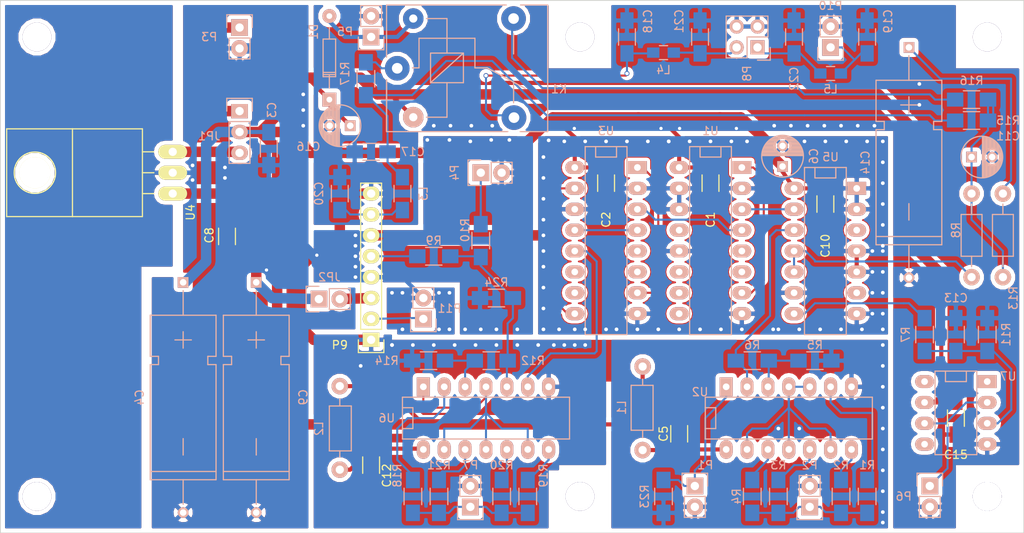
<source format=kicad_pcb>
(kicad_pcb (version 4) (host pcbnew "(after 2015-mar-04 BZR unknown)-product")
  (layers (0 F.Cu signal hide) (31 B.Cu signal hide) (34 B.Paste user) (35 F.Paste user) (36 B.SilkS user) (37 F.SilkS user) (38 B.Mask user) (39 F.Mask user) (44 Edge.Cuts user))
  (net 0 "")
  (net 1 PLL_EXT_POWER)
  (net 2 VCC)
  (net 3 PLL_12V_OCXO)
  (net 4 "Net-(U7-Pad1)")
  (net 5 "Net-(P6-Pad1)")
  (net 6 "Net-(C13-Pad1)")
  (net 7 GND)
  (net 8 "Net-(U7-Pad5)")
  (net 9 "Net-(U7-Pad8)")
  (net 10 PLL_REF_OCXO)
  (net 11 PLL_RF_OCXO)
  (net 12 PLL_TUNE_OCXO)
  (net 13 "Net-(U1-Pad1)")
  (net 14 "Net-(U1-Pad3)")
  (net 15 "Net-(U1-Pad4)")
  (net 16 "Net-(U1-Pad5)")
  (net 17 "Net-(U1-Pad6)")
  (net 18 "Net-(U1-Pad9)")
  (net 19 "Net-(U1-Pad10)")
  (net 20 "Net-(U1-Pad11)")
  (net 21 "Net-(U1-Pad13)")
  (net 22 PLL_10KHZ_IN)
  (net 23 "Net-(R6-Pad2)")
  (net 24 "Net-(U2-Pad11)")
  (net 25 "Net-(R3-Pad2)")
  (net 26 "Net-(R4-Pad2)")
  (net 27 "Net-(R1-Pad2)")
  (net 28 "Net-(R2-Pad2)")
  (net 29 "Net-(R5-Pad1)")
  (net 30 "Net-(U3-Pad1)")
  (net 31 "Net-(U3-Pad13)")
  (net 32 "Net-(U3-Pad5)")
  (net 33 "Net-(U3-Pad6)")
  (net 34 "Net-(U3-Pad15)")
  (net 35 "Net-(U3-Pad10)")
  (net 36 "Net-(U3-Pad11)")
  (net 37 "Net-(U3-Pad12)")
  (net 38 "Net-(R7-Pad1)")
  (net 39 "Net-(U5-Pad6)")
  (net 40 "Net-(R10-Pad2)")
  (net 41 "Net-(R12-Pad1)")
  (net 42 "Net-(R18-Pad2)")
  (net 43 "Net-(R19-Pad2)")
  (net 44 "Net-(R20-Pad2)")
  (net 45 "Net-(R21-Pad2)")
  (net 46 "Net-(P4-Pad1)")
  (net 47 "Net-(D1-Pad1)")
  (net 48 "Net-(C21-Pad1)")
  (net 49 "Net-(C22-Pad1)")
  (net 50 "Net-(K1-Pad1)")
  (net 51 "Net-(C17-Pad1)")
  (net 52 "Net-(C11-Pad1)")
  (net 53 "Net-(C14-Pad1)")
  (net 54 /7805_IN)
  (net 55 /7805_OUT)
  (net 56 "Net-(C18-Pad1)")
  (net 57 /10KHZ_TTL)
  (net 58 /10MHZ_TTL)
  (net 59 "Net-(K1-Pad3)")
  (net 60 "Net-(R8-Pad1)")
  (net 61 "Net-(U5-Pad3)")
  (net 62 "Net-(C19-Pad1)")
  (net 63 "Net-(U6-Pad1)")
  (module pa3gyf-kicad:via (layer F.Cu) (at 144.78 69.85)
    (fp_text reference Ref** hide)
    (fp_text value Val** hide)
    (pad 1 thru_hole circle (at 0 0) (size 0.97 0.97) (drill 0.45) (layers *.Cu) (net 7 GND))
  )
  (module pa3gyf-kicad:via (layer F.Cu) (at 86.868 74.549)
    (fp_text reference Ref** hide)
    (fp_text value Val** hide)
    (pad 1 thru_hole circle (at 0 0) (size 0.97 0.97) (drill 0.45) (layers *.Cu) (net 7 GND))
  )
  (module pa3gyf-kicad:via (layer F.Cu) (at 86.868 72.771)
    (fp_text reference Ref** hide)
    (fp_text value Val** hide)
    (pad 1 thru_hole circle (at 0 0) (size 0.97 0.97) (drill 0.45) (layers *.Cu) (net 7 GND))
  )
  (module pa3gyf-kicad:via (layer F.Cu) (at 100.33 66.04)
    (fp_text reference Ref** hide)
    (fp_text value Val** hide)
    (pad 1 thru_hole circle (at 0 0) (size 0.97 0.97) (drill 0.45) (layers *.Cu) (net 7 GND))
  )
  (module pa3gyf-kicad:via (layer F.Cu) (at 100.33 67.945)
    (fp_text reference Ref** hide)
    (fp_text value Val** hide)
    (pad 1 thru_hole circle (at 0 0) (size 0.97 0.97) (drill 0.45) (layers *.Cu) (net 7 GND))
  )
  (module pa3gyf-kicad:via (layer F.Cu) (at 100.33 64.135)
    (fp_text reference Ref** hide)
    (fp_text value Val** hide)
    (pad 1 thru_hole circle (at 0 0) (size 0.97 0.97) (drill 0.45) (layers *.Cu) (net 7 GND))
  )
  (module pa3gyf-kicad:via (layer F.Cu) (at 90.805 74.295)
    (fp_text reference Ref** hide)
    (fp_text value Val** hide)
    (pad 1 thru_hole circle (at 0 0) (size 0.97 0.97) (drill 0.45) (layers *.Cu) (net 7 GND))
  )
  (module pa3gyf-kicad:via (layer F.Cu) (at 90.805 73.025)
    (fp_text reference Ref** hide)
    (fp_text value Val** hide)
    (pad 1 thru_hole circle (at 0 0) (size 0.97 0.97) (drill 0.45) (layers *.Cu) (net 7 GND))
  )
  (module pa3gyf-kicad:via (layer F.Cu) (at 106.68 85.09)
    (fp_text reference Ref** hide)
    (fp_text value Val** hide)
    (pad 1 thru_hole circle (at 0 0) (size 0.97 0.97) (drill 0.45) (layers *.Cu) (net 7 GND))
  )
  (module pa3gyf-kicad:via (layer F.Cu) (at 106.68 81.28)
    (fp_text reference Ref** hide)
    (fp_text value Val** hide)
    (pad 1 thru_hole circle (at 0 0) (size 0.97 0.97) (drill 0.45) (layers *.Cu) (net 7 GND))
  )
  (module pa3gyf-kicad:via (layer F.Cu) (at 106.68 82.55)
    (fp_text reference Ref** hide)
    (fp_text value Val** hide)
    (pad 1 thru_hole circle (at 0 0) (size 0.97 0.97) (drill 0.45) (layers *.Cu) (net 7 GND))
  )
  (module pa3gyf-kicad:via (layer F.Cu) (at 106.68 83.82)
    (fp_text reference Ref** hide)
    (fp_text value Val** hide)
    (pad 1 thru_hole circle (at 0 0) (size 0.97 0.97) (drill 0.45) (layers *.Cu) (net 7 GND))
  )
  (module pa3gyf-kicad:via (layer F.Cu) (at 106.68 86.36)
    (fp_text reference Ref** hide)
    (fp_text value Val** hide)
    (pad 1 thru_hole circle (at 0 0) (size 0.97 0.97) (drill 0.45) (layers *.Cu) (net 7 GND))
  )
  (module pa3gyf-kicad:via (layer F.Cu) (at 125.3998 69.6722)
    (fp_text reference Ref** hide)
    (fp_text value Val** hide)
    (pad 1 thru_hole circle (at 0 0) (size 0.97 0.97) (drill 0.45) (layers *.Cu) (net 7 GND))
  )
  (module pa3gyf-kicad:via (layer F.Cu) (at 123.19 69.6722)
    (fp_text reference Ref** hide)
    (fp_text value Val** hide)
    (pad 1 thru_hole circle (at 0 0) (size 0.97 0.97) (drill 0.45) (layers *.Cu) (net 7 GND))
  )
  (module pa3gyf-kicad:via (layer F.Cu) (at 120.65 69.85)
    (fp_text reference Ref** hide)
    (fp_text value Val** hide)
    (pad 1 thru_hole circle (at 0 0) (size 0.97 0.97) (drill 0.45) (layers *.Cu) (net 7 GND))
  )
  (module pa3gyf-kicad:via (layer F.Cu) (at 118.11 69.6722)
    (fp_text reference Ref** hide)
    (fp_text value Val** hide)
    (pad 1 thru_hole circle (at 0 0) (size 0.97 0.97) (drill 0.45) (layers *.Cu) (net 7 GND))
  )
  (module pa3gyf-kicad:via (layer F.Cu) (at 115.4176 69.6722)
    (fp_text reference Ref** hide)
    (fp_text value Val** hide)
    (pad 1 thru_hole circle (at 0 0) (size 0.97 0.97) (drill 0.45) (layers *.Cu) (net 7 GND))
  )
  (module pa3gyf-kicad:via (layer F.Cu) (at 160.655 104.775)
    (fp_text reference Ref** hide)
    (fp_text value Val** hide)
    (pad 1 thru_hole circle (at 0 0) (size 0.97 0.97) (drill 0.45) (layers *.Cu) (net 7 GND))
  )
  (module pa3gyf-kicad:via (layer F.Cu) (at 158.115 104.775)
    (fp_text reference Ref** hide)
    (fp_text value Val** hide)
    (pad 1 thru_hole circle (at 0 0) (size 0.97 0.97) (drill 0.45) (layers *.Cu) (net 7 GND))
  )
  (module pa3gyf-kicad:via (layer F.Cu) (at 170.815 116.205)
    (fp_text reference Ref** hide)
    (fp_text value Val** hide)
    (pad 1 thru_hole circle (at 0 0) (size 0.97 0.97) (drill 0.45) (layers *.Cu) (net 7 GND))
  )
  (module pa3gyf-kicad:via (layer F.Cu) (at 170.815 114.935)
    (fp_text reference Ref** hide)
    (fp_text value Val** hide)
    (pad 1 thru_hole circle (at 0 0) (size 0.97 0.97) (drill 0.45) (layers *.Cu) (net 7 GND))
  )
  (module pa3gyf-kicad:via (layer F.Cu) (at 170.815 112.395)
    (fp_text reference Ref** hide)
    (fp_text value Val** hide)
    (pad 1 thru_hole circle (at 0 0) (size 0.97 0.97) (drill 0.45) (layers *.Cu) (net 7 GND))
  )
  (module pa3gyf-kicad:via (layer F.Cu) (at 170.815 109.855)
    (fp_text reference Ref** hide)
    (fp_text value Val** hide)
    (pad 1 thru_hole circle (at 0 0) (size 0.97 0.97) (drill 0.45) (layers *.Cu) (net 7 GND))
  )
  (module pa3gyf-kicad:via (layer F.Cu) (at 170.815 107.315)
    (fp_text reference Ref** hide)
    (fp_text value Val** hide)
    (pad 1 thru_hole circle (at 0 0) (size 0.97 0.97) (drill 0.45) (layers *.Cu) (net 7 GND))
  )
  (module pa3gyf-kicad:via (layer F.Cu) (at 170.815 104.775)
    (fp_text reference Ref** hide)
    (fp_text value Val** hide)
    (pad 1 thru_hole circle (at 0 0) (size 0.97 0.97) (drill 0.45) (layers *.Cu) (net 7 GND))
  )
  (module pa3gyf-kicad:via (layer F.Cu) (at 170.815 102.235)
    (fp_text reference Ref** hide)
    (fp_text value Val** hide)
    (pad 1 thru_hole circle (at 0 0) (size 0.97 0.97) (drill 0.45) (layers *.Cu) (net 7 GND))
  )
  (module pa3gyf-kicad:via (layer F.Cu) (at 170.815 99.695)
    (fp_text reference Ref** hide)
    (fp_text value Val** hide)
    (pad 1 thru_hole circle (at 0 0) (size 0.97 0.97) (drill 0.45) (layers *.Cu) (net 7 GND))
  )
  (module pa3gyf-kicad:via (layer F.Cu) (at 170.815 97.155)
    (fp_text reference Ref** hide)
    (fp_text value Val** hide)
    (pad 1 thru_hole circle (at 0 0) (size 0.97 0.97) (drill 0.45) (layers *.Cu) (net 7 GND))
  )
  (module pa3gyf-kicad:via (layer F.Cu) (at 170.815 94.615)
    (fp_text reference Ref** hide)
    (fp_text value Val** hide)
    (pad 1 thru_hole circle (at 0 0) (size 0.97 0.97) (drill 0.45) (layers *.Cu) (net 7 GND))
  )
  (module pa3gyf-kicad:via (layer F.Cu) (at 131.445 92.71)
    (fp_text reference Ref** hide)
    (fp_text value Val** hide)
    (pad 1 thru_hole circle (at 0 0) (size 0.97 0.97) (drill 0.45) (layers *.Cu) (net 7 GND))
  )
  (module pa3gyf-kicad:via (layer F.Cu) (at 134.62 92.71)
    (fp_text reference Ref** hide)
    (fp_text value Val** hide)
    (pad 1 thru_hole circle (at 0 0) (size 0.97 0.97) (drill 0.45) (layers *.Cu) (net 7 GND))
  )
  (module pa3gyf-kicad:via (layer F.Cu) (at 137.16 92.71)
    (fp_text reference Ref** hide)
    (fp_text value Val** hide)
    (pad 1 thru_hole circle (at 0 0) (size 0.97 0.97) (drill 0.45) (layers *.Cu) (net 7 GND))
  )
  (module pa3gyf-kicad:via (layer F.Cu) (at 138.43 92.71)
    (fp_text reference Ref** hide)
    (fp_text value Val** hide)
    (pad 1 thru_hole circle (at 0 0) (size 0.97 0.97) (drill 0.45) (layers *.Cu) (net 7 GND))
  )
  (module pa3gyf-kicad:via (layer F.Cu) (at 140.97 92.71)
    (fp_text reference Ref** hide)
    (fp_text value Val** hide)
    (pad 1 thru_hole circle (at 0 0) (size 0.97 0.97) (drill 0.45) (layers *.Cu) (net 7 GND))
  )
  (module pa3gyf-kicad:via (layer F.Cu) (at 143.51 92.71)
    (fp_text reference Ref** hide)
    (fp_text value Val** hide)
    (pad 1 thru_hole circle (at 0 0) (size 0.97 0.97) (drill 0.45) (layers *.Cu) (net 7 GND))
  )
  (module pa3gyf-kicad:via (layer F.Cu) (at 146.05 92.71)
    (fp_text reference Ref** hide)
    (fp_text value Val** hide)
    (pad 1 thru_hole circle (at 0 0) (size 0.97 0.97) (drill 0.45) (layers *.Cu) (net 7 GND))
  )
  (module pa3gyf-kicad:via (layer F.Cu) (at 148.59 92.71)
    (fp_text reference Ref** hide)
    (fp_text value Val** hide)
    (pad 1 thru_hole circle (at 0 0) (size 0.97 0.97) (drill 0.45) (layers *.Cu) (net 7 GND))
  )
  (module pa3gyf-kicad:via (layer F.Cu) (at 151.13 92.71)
    (fp_text reference Ref** hide)
    (fp_text value Val** hide)
    (pad 1 thru_hole circle (at 0 0) (size 0.97 0.97) (drill 0.45) (layers *.Cu) (net 7 GND))
  )
  (module pa3gyf-kicad:via (layer F.Cu) (at 157.48 92.71)
    (fp_text reference Ref** hide)
    (fp_text value Val** hide)
    (pad 1 thru_hole circle (at 0 0) (size 0.97 0.97) (drill 0.45) (layers *.Cu) (net 7 GND))
  )
  (module pa3gyf-kicad:via (layer F.Cu) (at 153.67 92.71)
    (fp_text reference Ref** hide)
    (fp_text value Val** hide)
    (pad 1 thru_hole circle (at 0 0) (size 0.97 0.97) (drill 0.45) (layers *.Cu) (net 7 GND))
  )
  (module pa3gyf-kicad:via (layer F.Cu) (at 158.115 92.71)
    (fp_text reference Ref** hide)
    (fp_text value Val** hide)
    (pad 1 thru_hole circle (at 0 0) (size 0.97 0.97) (drill 0.45) (layers *.Cu) (net 7 GND))
  )
  (module pa3gyf-kicad:via (layer F.Cu) (at 160.655 92.71)
    (fp_text reference Ref** hide)
    (fp_text value Val** hide)
    (pad 1 thru_hole circle (at 0 0) (size 0.97 0.97) (drill 0.45) (layers *.Cu) (net 7 GND))
  )
  (module pa3gyf-kicad:via (layer F.Cu) (at 163.195 92.71)
    (fp_text reference Ref** hide)
    (fp_text value Val** hide)
    (pad 1 thru_hole circle (at 0 0) (size 0.97 0.97) (drill 0.45) (layers *.Cu) (net 7 GND))
  )
  (module pa3gyf-kicad:via (layer F.Cu) (at 165.735 92.71)
    (fp_text reference Ref** hide)
    (fp_text value Val** hide)
    (pad 1 thru_hole circle (at 0 0) (size 0.97 0.97) (drill 0.45) (layers *.Cu) (net 7 GND))
  )
  (module pa3gyf-kicad:via (layer F.Cu) (at 168.275 92.71)
    (fp_text reference Ref** hide)
    (fp_text value Val** hide)
    (pad 1 thru_hole circle (at 0 0) (size 0.97 0.97) (drill 0.45) (layers *.Cu) (net 7 GND))
  )
  (module pa3gyf-kicad:via (layer F.Cu) (at 170.815 90.805)
    (fp_text reference Ref** hide)
    (fp_text value Val** hide)
    (pad 1 thru_hole circle (at 0 0) (size 0.97 0.97) (drill 0.45) (layers *.Cu) (net 7 GND))
  )
  (module pa3gyf-kicad:via (layer F.Cu) (at 169.545 90.805)
    (fp_text reference Ref** hide)
    (fp_text value Val** hide)
    (pad 1 thru_hole circle (at 0 0) (size 0.97 0.97) (drill 0.45) (layers *.Cu) (net 7 GND))
  )
  (module pa3gyf-kicad:via (layer F.Cu) (at 169.545 88.265)
    (fp_text reference Ref** hide)
    (fp_text value Val** hide)
    (pad 1 thru_hole circle (at 0 0) (size 0.97 0.97) (drill 0.45) (layers *.Cu) (net 7 GND))
  )
  (module pa3gyf-kicad:via (layer F.Cu) (at 170.815 88.265)
    (fp_text reference Ref** hide)
    (fp_text value Val** hide)
    (pad 1 thru_hole circle (at 0 0) (size 0.97 0.97) (drill 0.45) (layers *.Cu) (net 7 GND))
  )
  (module pa3gyf-kicad:via (layer F.Cu) (at 170.815 85.725)
    (fp_text reference Ref** hide)
    (fp_text value Val** hide)
    (pad 1 thru_hole circle (at 0 0) (size 0.97 0.97) (drill 0.45) (layers *.Cu) (net 7 GND))
  )
  (module pa3gyf-kicad:via (layer F.Cu) (at 169.545 85.725)
    (fp_text reference Ref** hide)
    (fp_text value Val** hide)
    (pad 1 thru_hole circle (at 0 0) (size 0.97 0.97) (drill 0.45) (layers *.Cu) (net 7 GND))
  )
  (module pa3gyf-kicad:via (layer F.Cu) (at 169.545 83.185)
    (fp_text reference Ref** hide)
    (fp_text value Val** hide)
    (pad 1 thru_hole circle (at 0 0) (size 0.97 0.97) (drill 0.45) (layers *.Cu) (net 7 GND))
  )
  (module pa3gyf-kicad:via (layer F.Cu) (at 170.815 83.185)
    (fp_text reference Ref** hide)
    (fp_text value Val** hide)
    (pad 1 thru_hole circle (at 0 0) (size 0.97 0.97) (drill 0.45) (layers *.Cu) (net 7 GND))
  )
  (module pa3gyf-kicad:via (layer F.Cu) (at 170.815 80.01)
    (fp_text reference Ref** hide)
    (fp_text value Val** hide)
    (pad 1 thru_hole circle (at 0 0) (size 0.97 0.97) (drill 0.45) (layers *.Cu) (net 7 GND))
  )
  (module pa3gyf-kicad:via (layer F.Cu) (at 170.815 77.47)
    (fp_text reference Ref** hide)
    (fp_text value Val** hide)
    (pad 1 thru_hole circle (at 0 0) (size 0.97 0.97) (drill 0.45) (layers *.Cu) (net 7 GND))
  )
  (module pa3gyf-kicad:via (layer F.Cu) (at 170.815 74.93)
    (fp_text reference Ref** hide)
    (fp_text value Val** hide)
    (pad 1 thru_hole circle (at 0 0) (size 0.97 0.97) (drill 0.45) (layers *.Cu) (net 7 GND))
  )
  (module pa3gyf-kicad:via (layer F.Cu) (at 170.815 72.39)
    (fp_text reference Ref** hide)
    (fp_text value Val** hide)
    (pad 1 thru_hole circle (at 0 0) (size 0.97 0.97) (drill 0.45) (layers *.Cu) (net 7 GND))
  )
  (module pa3gyf-kicad:via (layer F.Cu) (at 168.91 69.85)
    (fp_text reference Ref** hide)
    (fp_text value Val** hide)
    (pad 1 thru_hole circle (at 0 0) (size 0.97 0.97) (drill 0.45) (layers *.Cu) (net 7 GND))
  )
  (module pa3gyf-kicad:via (layer F.Cu) (at 166.37 69.85)
    (fp_text reference Ref** hide)
    (fp_text value Val** hide)
    (pad 1 thru_hole circle (at 0 0) (size 0.97 0.97) (drill 0.45) (layers *.Cu) (net 7 GND))
  )
  (module pa3gyf-kicad:via (layer F.Cu) (at 163.83 69.85)
    (fp_text reference Ref** hide)
    (fp_text value Val** hide)
    (pad 1 thru_hole circle (at 0 0) (size 0.97 0.97) (drill 0.45) (layers *.Cu) (net 7 GND))
  )
  (module pa3gyf-kicad:via (layer F.Cu) (at 161.29 69.85)
    (fp_text reference Ref** hide)
    (fp_text value Val** hide)
    (pad 1 thru_hole circle (at 0 0) (size 0.97 0.97) (drill 0.45) (layers *.Cu) (net 7 GND))
  )
  (module pa3gyf-kicad:via (layer F.Cu) (at 154.305 69.85)
    (fp_text reference Ref** hide)
    (fp_text value Val** hide)
    (pad 1 thru_hole circle (at 0 0) (size 0.97 0.97) (drill 0.45) (layers *.Cu) (net 7 GND))
  )
  (module pa3gyf-kicad:via (layer F.Cu) (at 152.4 69.85)
    (fp_text reference Ref** hide)
    (fp_text value Val** hide)
    (pad 1 thru_hole circle (at 0 0) (size 0.97 0.97) (drill 0.45) (layers *.Cu) (net 7 GND))
  )
  (module pa3gyf-kicad:via (layer F.Cu) (at 149.86 69.85)
    (fp_text reference Ref** hide)
    (fp_text value Val** hide)
    (pad 1 thru_hole circle (at 0 0) (size 0.97 0.97) (drill 0.45) (layers *.Cu) (net 7 GND))
  )
  (module pa3gyf-kicad:via (layer F.Cu) (at 147.32 69.85)
    (fp_text reference Ref** hide)
    (fp_text value Val** hide)
    (pad 1 thru_hole circle (at 0 0) (size 0.97 0.97) (drill 0.45) (layers *.Cu) (net 7 GND))
  )
  (module pa3gyf-kicad:via (layer F.Cu) (at 144.78 69.85)
    (fp_text reference Ref** hide)
    (fp_text value Val** hide)
    (pad 1 thru_hole circle (at 0 0) (size 0.97 0.97) (drill 0.45) (layers *.Cu) (net 7 GND))
  )
  (module pa3gyf-kicad:via (layer F.Cu) (at 142.24 69.85)
    (fp_text reference Ref** hide)
    (fp_text value Val** hide)
    (pad 1 thru_hole circle (at 0 0) (size 0.97 0.97) (drill 0.45) (layers *.Cu) (net 7 GND))
  )
  (module pa3gyf-kicad:via (layer F.Cu) (at 139.7 69.85)
    (fp_text reference Ref** hide)
    (fp_text value Val** hide)
    (pad 1 thru_hole circle (at 0 0) (size 0.97 0.97) (drill 0.45) (layers *.Cu) (net 7 GND))
  )
  (module pa3gyf-kicad:via (layer F.Cu) (at 137.16 69.85)
    (fp_text reference Ref** hide)
    (fp_text value Val** hide)
    (pad 1 thru_hole circle (at 0 0) (size 0.97 0.97) (drill 0.45) (layers *.Cu) (net 7 GND))
  )
  (module pa3gyf-kicad:via (layer F.Cu) (at 134.62 69.85)
    (fp_text reference Ref** hide)
    (fp_text value Val** hide)
    (pad 1 thru_hole circle (at 0 0) (size 0.97 0.97) (drill 0.45) (layers *.Cu) (net 7 GND))
  )
  (module pa3gyf-kicad:via (layer F.Cu) (at 132.08 69.85)
    (fp_text reference Ref** hide)
    (fp_text value Val** hide)
    (pad 1 thru_hole circle (at 0 0) (size 0.97 0.97) (drill 0.45) (layers *.Cu) (net 7 GND))
  )
  (module pa3gyf-kicad:via (layer F.Cu) (at 129.54 71.755)
    (fp_text reference Ref** hide)
    (fp_text value Val** hide)
    (pad 1 thru_hole circle (at 0 0) (size 0.97 0.97) (drill 0.45) (layers *.Cu) (net 7 GND))
  )
  (module pa3gyf-kicad:via (layer F.Cu) (at 129.54 74.295)
    (fp_text reference Ref** hide)
    (fp_text value Val** hide)
    (pad 1 thru_hole circle (at 0 0) (size 0.97 0.97) (drill 0.45) (layers *.Cu) (net 7 GND))
  )
  (module pa3gyf-kicad:via (layer F.Cu) (at 129.54 76.835)
    (fp_text reference Ref** hide)
    (fp_text value Val** hide)
    (pad 1 thru_hole circle (at 0 0) (size 0.97 0.97) (drill 0.45) (layers *.Cu) (net 7 GND))
  )
  (module pa3gyf-kicad:via (layer F.Cu) (at 129.54 85.09)
    (fp_text reference Ref** hide)
    (fp_text value Val** hide)
    (pad 1 thru_hole circle (at 0 0) (size 0.97 0.97) (drill 0.45) (layers *.Cu) (net 7 GND))
  )
  (module pa3gyf-kicad:via (layer F.Cu) (at 129.54 87.63)
    (fp_text reference Ref** hide)
    (fp_text value Val** hide)
    (pad 1 thru_hole circle (at 0 0) (size 0.97 0.97) (drill 0.45) (layers *.Cu) (net 7 GND))
  )
  (module pa3gyf-kicad:via (layer F.Cu) (at 129.54 90.17)
    (fp_text reference Ref** hide)
    (fp_text value Val** hide)
    (pad 1 thru_hole circle (at 0 0) (size 0.97 0.97) (drill 0.45) (layers *.Cu) (net 7 GND))
  )
  (module pa3gyf-kicad:via (layer F.Cu) (at 129.54 92.71)
    (fp_text reference Ref** hide)
    (fp_text value Val** hide)
    (pad 1 thru_hole circle (at 0 0) (size 0.97 0.97) (drill 0.45) (layers *.Cu) (net 7 GND))
  )
  (module pa3gyf-kicad:via (layer F.Cu) (at 129.54 81.28)
    (fp_text reference Ref** hide)
    (fp_text value Val** hide)
    (pad 1 thru_hole circle (at 0 0) (size 0.97 0.97) (drill 0.45) (layers *.Cu) (net 7 GND))
  )
  (module pa3gyf-kicad:via (layer F.Cu) (at 129.54 83.185)
    (fp_text reference Ref** hide)
    (fp_text value Val** hide)
    (pad 1 thru_hole circle (at 0 0) (size 0.97 0.97) (drill 0.45) (layers *.Cu) (net 7 GND))
  )
  (module pa3gyf-kicad:via (layer F.Cu) (at 129.54 79.375)
    (fp_text reference Ref** hide)
    (fp_text value Val** hide)
    (pad 1 thru_hole circle (at 0 0) (size 0.97 0.97) (drill 0.45) (layers *.Cu) (net 7 GND))
  )
  (module pa3gyf-kicad:via (layer F.Cu) (at 126.365 92.71)
    (fp_text reference Ref** hide)
    (fp_text value Val** hide)
    (pad 1 thru_hole circle (at 0 0) (size 0.97 0.97) (drill 0.45) (layers *.Cu) (net 7 GND))
  )
  (module pa3gyf-kicad:via (layer F.Cu) (at 123.825 92.71)
    (fp_text reference Ref** hide)
    (fp_text value Val** hide)
    (pad 1 thru_hole circle (at 0 0) (size 0.97 0.97) (drill 0.45) (layers *.Cu) (net 7 GND))
  )
  (module pa3gyf-kicad:via (layer F.Cu) (at 121.92 92.71)
    (fp_text reference Ref** hide)
    (fp_text value Val** hide)
    (pad 1 thru_hole circle (at 0 0) (size 0.97 0.97) (drill 0.45) (layers *.Cu) (net 7 GND))
  )
  (module pa3gyf-kicad:via (layer F.Cu) (at 120.015 92.71)
    (fp_text reference Ref** hide)
    (fp_text value Val** hide)
    (pad 1 thru_hole circle (at 0 0) (size 0.97 0.97) (drill 0.45) (layers *.Cu) (net 7 GND))
  )
  (module pa3gyf-kicad:via (layer F.Cu) (at 111.125 88.265)
    (fp_text reference Ref** hide)
    (fp_text value Val** hide)
    (pad 1 thru_hole circle (at 0 0) (size 0.97 0.97) (drill 0.45) (layers *.Cu) (net 7 GND))
  )
  (module pa3gyf-kicad:via (layer F.Cu) (at 112.395 88.265)
    (fp_text reference Ref** hide)
    (fp_text value Val** hide)
    (pad 1 thru_hole circle (at 0 0) (size 0.97 0.97) (drill 0.45) (layers *.Cu) (net 7 GND))
  )
  (module pa3gyf-kicad:via (layer F.Cu) (at 116.84 88.265)
    (fp_text reference Ref** hide)
    (fp_text value Val** hide)
    (pad 1 thru_hole circle (at 0 0) (size 0.97 0.97) (drill 0.45) (layers *.Cu) (net 7 GND))
  )
  (module pa3gyf-kicad:via (layer F.Cu) (at 118.11 88.265)
    (fp_text reference Ref** hide)
    (fp_text value Val** hide)
    (pad 1 thru_hole circle (at 0 0) (size 0.97 0.97) (drill 0.45) (layers *.Cu) (net 7 GND))
  )
  (module pa3gyf-kicad:via (layer F.Cu) (at 116.84 92.71)
    (fp_text reference Ref** hide)
    (fp_text value Val** hide)
    (pad 1 thru_hole circle (at 0 0) (size 0.97 0.97) (drill 0.45) (layers *.Cu) (net 7 GND))
  )
  (module pa3gyf-kicad:via (layer F.Cu) (at 118.11 92.71)
    (fp_text reference Ref** hide)
    (fp_text value Val** hide)
    (pad 1 thru_hole circle (at 0 0) (size 0.97 0.97) (drill 0.45) (layers *.Cu) (net 7 GND))
  )
  (module pa3gyf-kicad:via (layer F.Cu) (at 112.395 92.71)
    (fp_text reference Ref** hide)
    (fp_text value Val** hide)
    (pad 1 thru_hole circle (at 0 0) (size 0.97 0.97) (drill 0.45) (layers *.Cu) (net 7 GND))
  )
  (module pa3gyf-kicad:via (layer F.Cu) (at 111.125 94.615)
    (fp_text reference Ref** hide)
    (fp_text value Val** hide)
    (pad 1 thru_hole circle (at 0 0) (size 0.97 0.97) (drill 0.45) (layers *.Cu) (net 7 GND))
  )
  (module pa3gyf-kicad:via (layer F.Cu) (at 128.27 95.885)
    (fp_text reference Ref** hide)
    (fp_text value Val** hide)
    (pad 1 thru_hole circle (at 3.81 -1.27) (size 0.97 0.97) (drill 0.45) (layers *.Cu) (net 7 GND))
  )
  (module pa3gyf-kicad:via (layer F.Cu) (at 129.54 95.885)
    (fp_text reference Ref** hide)
    (fp_text value Val** hide)
    (pad 1 thru_hole circle (at 3.81 -1.27) (size 0.97 0.97) (drill 0.45) (layers *.Cu) (net 7 GND))
  )
  (module pa3gyf-kicad:via (layer F.Cu) (at 127 95.885)
    (fp_text reference Ref** hide)
    (fp_text value Val** hide)
    (pad 1 thru_hole circle (at 3.81 -1.27) (size 0.97 0.97) (drill 0.45) (layers *.Cu) (net 7 GND))
  )
  (module pa3gyf-kicad:via (layer F.Cu) (at 125.095 95.885)
    (fp_text reference Ref** hide)
    (fp_text value Val** hide)
    (pad 1 thru_hole circle (at 3.81 -1.27) (size 0.97 0.97) (drill 0.45) (layers *.Cu) (net 7 GND))
  )
  (module pa3gyf-kicad:via (layer F.Cu) (at 122.555 95.885)
    (fp_text reference Ref** hide)
    (fp_text value Val** hide)
    (pad 1 thru_hole circle (at 3.81 -1.27) (size 0.97 0.97) (drill 0.45) (layers *.Cu) (net 7 GND))
  )
  (module pa3gyf-kicad:via (layer F.Cu) (at 120.015 95.885)
    (fp_text reference Ref** hide)
    (fp_text value Val** hide)
    (pad 1 thru_hole circle (at 3.81 -1.27) (size 0.97 0.97) (drill 0.45) (layers *.Cu) (net 7 GND))
  )
  (module pa3gyf-kicad:via (layer F.Cu) (at 117.475 95.885)
    (fp_text reference Ref** hide)
    (fp_text value Val** hide)
    (pad 1 thru_hole circle (at 3.81 -1.27) (size 0.97 0.97) (drill 0.45) (layers *.Cu) (net 7 GND))
  )
  (module pa3gyf-kicad:via (layer F.Cu) (at 116.205 94.615)
    (fp_text reference Ref** hide)
    (fp_text value Val** hide)
    (pad 1 thru_hole circle (at 0 0) (size 0.97 0.97) (drill 0.45) (layers *.Cu) (net 7 GND))
  )
  (module pa3gyf-kicad:via (layer F.Cu) (at 113.665 94.615)
    (fp_text reference Ref** hide)
    (fp_text value Val** hide)
    (pad 1 thru_hole circle (at 0 0) (size 0.97 0.97) (drill 0.45) (layers *.Cu) (net 7 GND))
  )
  (module pa3gyf-kicad:via (layer F.Cu) (at 111.125 94.615)
    (fp_text reference Ref** hide)
    (fp_text value Val** hide)
    (pad 1 thru_hole circle (at 0 0) (size 0.97 0.97) (drill 0.45) (layers *.Cu) (net 7 GND))
  )
  (module pa3gyf-kicad:via (layer F.Cu) (at 134.62 94.615)
    (fp_text reference Ref** hide)
    (fp_text value Val** hide)
    (pad 1 thru_hole circle (at 0 0) (size 0.97 0.97) (drill 0.45) (layers *.Cu) (net 7 GND))
  )
  (module pa3gyf-kicad:via (layer F.Cu) (at 169.799 67.945)
    (fp_text reference Ref** hide)
    (fp_text value Val** hide)
    (pad 1 thru_hole circle (at 0 0) (size 0.97 0.97) (drill 0.45) (layers *.Cu) (net 7 GND))
  )
  (module pa3gyf-kicad:via (layer F.Cu) (at 167.767 67.945)
    (fp_text reference Ref** hide)
    (fp_text value Val** hide)
    (pad 1 thru_hole circle (at 0 0) (size 0.97 0.97) (drill 0.45) (layers *.Cu) (net 7 GND))
  )
  (module pa3gyf-kicad:via (layer F.Cu) (at 165.735 67.945)
    (fp_text reference Ref** hide)
    (fp_text value Val** hide)
    (pad 1 thru_hole circle (at 0 0) (size 0.97 0.97) (drill 0.45) (layers *.Cu) (net 7 GND))
  )
  (module pa3gyf-kicad:via (layer F.Cu) (at 163.703 67.945)
    (fp_text reference Ref** hide)
    (fp_text value Val** hide)
    (pad 1 thru_hole circle (at 0 0) (size 0.97 0.97) (drill 0.45) (layers *.Cu) (net 7 GND))
  )
  (module pa3gyf-kicad:via (layer F.Cu) (at 161.671 67.945)
    (fp_text reference Ref** hide)
    (fp_text value Val** hide)
    (pad 1 thru_hole circle (at 0 0) (size 0.97 0.97) (drill 0.45) (layers *.Cu) (net 7 GND))
  )
  (module pa3gyf-kicad:via (layer F.Cu) (at 159.639 67.945)
    (fp_text reference Ref** hide)
    (fp_text value Val** hide)
    (pad 1 thru_hole circle (at 0 0) (size 0.97 0.97) (drill 0.45) (layers *.Cu) (net 7 GND))
  )
  (module pa3gyf-kicad:via (layer F.Cu) (at 157.607 67.945)
    (fp_text reference Ref** hide)
    (fp_text value Val** hide)
    (pad 1 thru_hole circle (at 0 0) (size 0.97 0.97) (drill 0.45) (layers *.Cu) (net 7 GND))
  )
  (module pa3gyf-kicad:via (layer F.Cu) (at 147.5486 68.1736)
    (fp_text reference Ref** hide)
    (fp_text value Val** hide)
  )
  (module pa3gyf-kicad:via (layer F.Cu) (at 116.205 67.945)
    (fp_text reference Ref** hide)
    (fp_text value Val** hide)
    (pad 1 thru_hole circle (at 0 0) (size 0.97 0.97) (drill 0.45) (layers *.Cu) (net 7 GND))
  )
  (module pa3gyf-kicad:via (layer F.Cu) (at 118.237 67.945)
    (fp_text reference Ref** hide)
    (fp_text value Val** hide)
    (pad 1 thru_hole circle (at 0 0) (size 0.97 0.97) (drill 0.45) (layers *.Cu) (net 7 GND))
  )
  (module pa3gyf-kicad:via (layer F.Cu) (at 120.777 67.945)
    (fp_text reference Ref** hide)
    (fp_text value Val** hide)
    (pad 1 thru_hole circle (at 0 0) (size 0.97 0.97) (drill 0.45) (layers *.Cu) (net 7 GND))
  )
  (module pa3gyf-kicad:via (layer F.Cu) (at 123.317 67.945)
    (fp_text reference Ref** hide)
    (fp_text value Val** hide)
    (pad 1 thru_hole circle (at 0 0) (size 0.97 0.97) (drill 0.45) (layers *.Cu) (net 7 GND))
  )
  (module pa3gyf-kicad:via (layer F.Cu) (at 175.26 65.405)
    (fp_text reference Ref** hide)
    (fp_text value Val** hide)
    (pad 1 thru_hole circle (at 0 0) (size 0.97 0.97) (drill 0.45) (layers *.Cu) (net 7 GND))
  )
  (module pa3gyf-kicad:via (layer F.Cu) (at 175.26 62.865)
    (fp_text reference Ref** hide)
    (fp_text value Val** hide)
    (pad 1 thru_hole circle (at 0 0) (size 0.97 0.97) (drill 0.45) (layers *.Cu) (net 7 GND))
  )
  (module pa3gyf-kicad:via (layer F.Cu) (at 103.505 98.425)
    (fp_text reference Ref** hide)
    (fp_text value Val** hide)
    (pad 1 thru_hole circle (at 3.81 -1.27) (size 0.97 0.97) (drill 0.45) (layers *.Cu) (net 7 GND))
  )
  (module pa3gyf-kicad:via (layer F.Cu) (at 114.935 95.885)
    (fp_text reference Ref** hide)
    (fp_text value Val** hide)
    (pad 1 thru_hole circle (at 3.81 -1.27) (size 0.97 0.97) (drill 0.45) (layers *.Cu) (net 7 GND))
  )
  (module pa3gyf-kicad:via (layer F.Cu) (at 133.35 92.71)
    (fp_text reference Ref** hide)
    (fp_text value Val** hide)
    (pad 1 thru_hole circle (at 0 0) (size 0.97 0.97) (drill 0.45) (layers *.Cu) (net 7 GND))
  )
  (module pa3gyf-kicad:via (layer F.Cu) (at 130.175 69.723)
    (fp_text reference Ref** hide)
    (fp_text value Val** hide)
    (pad 1 thru_hole circle (at 0 0) (size 0.97 0.97) (drill 0.45) (layers *.Cu) (net 7 GND))
  )
  (module pa3gyf-kicad:via (layer F.Cu) (at 170.815 69.85)
    (fp_text reference Ref** hide)
    (fp_text value Val** hide)
    (pad 1 thru_hole circle (at 0 0) (size 0.97 0.97) (drill 0.45) (layers *.Cu) (net 7 GND))
  )
  (module pa3gyf-kicad:via (layer F.Cu) (at 170.815 82.55)
    (fp_text reference Ref** hide)
    (fp_text value Val** hide)
    (pad 1 thru_hole circle (at 0 0) (size 0.97 0.97) (drill 0.45) (layers *.Cu) (net 7 GND))
  )
  (module Mounting_Holes:MountingHole_3-5mm (layer F.Cu) (at 183.515 113.03)
    (fp_text reference "" (at 0 -4.50088) (layer F.SilkS))
    (fp_text value MountingHole_3-5mm)
    (pad 1 thru_hole circle (at 0 0) (size 3.50012 3.50012) (drill 3.50012) (layers))
  )
  (module Mounting_Holes:MountingHole_3-5mm (layer F.Cu) (at 183.515 113.03)
    (fp_text reference "" (at 0 -4.50088) (layer F.SilkS))
    (fp_text value MountingHole_3-5mm)
    (pad 1 thru_hole circle (at 0 0) (size 3.50012 3.50012) (drill 3.50012) (layers))
  )
  (module Capacitors_SMD:C_1206_HandSoldering (layer F.Cu) (at 137.16 74.93 270)
    (fp_text reference C2 (at 4.445 0 270) (layer F.SilkS))
    (fp_text value 1u)
    (pad 1 smd rect (at -2 0 270) (size 2 1.6) (layers F.Cu F.Paste F.Mask) (net 2 VCC))
    (pad 2 smd rect (at 2 0 270) (size 2 1.6) (layers F.Cu F.Paste F.Mask) (net 7 GND))
  )
  (module Capacitors_SMD:C_1206_HandSoldering (layer F.Cu) (at 149.86 74.93 270)
    (fp_text reference C1 (at 4.445 0 270) (layer F.SilkS))
    (fp_text value 1u)
    (pad 1 smd rect (at -2 0 270) (size 2 1.6) (layers F.Cu F.Paste F.Mask) (net 2 VCC))
    (pad 2 smd rect (at 2 0 270) (size 2 1.6) (layers F.Cu F.Paste F.Mask) (net 7 GND))
  )
  (module Capacitors_SMD:C_1206_HandSoldering (layer F.Cu) (at 163.83 77.47 270)
    (fp_text reference C10 (at 5.08 0 270) (layer F.SilkS))
    (fp_text value 1u)
    (pad 1 smd rect (at -2 0 270) (size 2 1.6) (layers F.Cu F.Paste F.Mask) (net 2 VCC))
    (pad 2 smd rect (at 2 0 270) (size 2 1.6) (layers F.Cu F.Paste F.Mask) (net 7 GND))
  )
  (module Housings_DIP:DIP-14__300_ELL (layer B.Cu) (at 163.83 83.185 270)
    (fp_text reference U5 (at -11.43 -0.635 360) (layer B.SilkS) (effects (justify mirror)))
    (fp_text value 74AC86)
    (pad 1 thru_hole rect (at -7.62 -3.81 270) (size 1.5748 2.286) (drill 0.8128) (layers *.Cu *.Mask B.SilkS) (net 7 GND))
    (pad 2 thru_hole oval (at -5.08 -3.81 270) (size 1.5748 2.286) (drill 0.8128) (layers *.Cu *.Mask B.SilkS) (net 7 GND))
    (pad 3 thru_hole oval (at -2.54 -3.81 270) (size 1.5748 2.286) (drill 0.8128) (layers *.Cu *.Mask B.SilkS) (net 61 "Net-(U5-Pad3)"))
    (pad 4 thru_hole oval (at 0 -3.81 270) (size 1.5748 2.286) (drill 0.8128) (layers *.Cu *.Mask B.SilkS) (net 7 GND))
    (pad 5 thru_hole oval (at 2.54 -3.81 270) (size 1.5748 2.286) (drill 0.8128) (layers *.Cu *.Mask B.SilkS) (net 7 GND))
    (pad 6 thru_hole oval (at 5.08 -3.81 270) (size 1.5748 2.286) (drill 0.8128) (layers *.Cu *.Mask B.SilkS) (net 39 "Net-(U5-Pad6)"))
    (pad 7 thru_hole oval (at 7.62 -3.81 270) (size 1.5748 2.286) (drill 0.8128) (layers *.Cu *.Mask B.SilkS) (net 7 GND))
    (pad 8 thru_hole oval (at 7.62 3.81 270) (size 1.5748 2.286) (drill 0.8128) (layers *.Cu *.Mask B.SilkS) (net 38 "Net-(R7-Pad1)"))
    (pad 9 thru_hole oval (at 5.08 3.81 270) (size 1.5748 2.286) (drill 0.8128) (layers *.Cu *.Mask B.SilkS) (net 7 GND))
    (pad 10 thru_hole oval (at 2.54 3.81 270) (size 1.5748 2.286) (drill 0.8128) (layers *.Cu *.Mask B.SilkS) (net 60 "Net-(R8-Pad1)"))
    (pad 11 thru_hole oval (at 0 3.81 270) (size 1.5748 2.286) (drill 0.8128) (layers *.Cu *.Mask B.SilkS) (net 60 "Net-(R8-Pad1)"))
    (pad 12 thru_hole oval (at -2.54 3.81 270) (size 1.5748 2.286) (drill 0.8128) (layers *.Cu *.Mask B.SilkS) (net 23 "Net-(R6-Pad2)"))
    (pad 13 thru_hole oval (at -5.08 3.81 270) (size 1.5748 2.286) (drill 0.8128) (layers *.Cu *.Mask B.SilkS) (net 14 "Net-(U1-Pad3)"))
    (pad 14 thru_hole oval (at -7.62 3.81 270) (size 1.5748 2.286) (drill 0.8128) (layers *.Cu *.Mask B.SilkS) (net 2 VCC))
  )
  (module pa3gyf-kicad:via (layer F.Cu) (at 170.815 92.71)
    (fp_text reference Ref** hide)
    (fp_text value Val** hide)
    (pad 1 thru_hole circle (at 0 0) (size 0.97 0.97) (drill 0.45) (layers *.Cu) (net 7 GND))
  )
  (module Housings_DIP:DIP-16__300_ELL (layer B.Cu) (at 137.16 81.915 270)
    (fp_text reference U3 (at -13.335 0 360) (layer B.SilkS) (effects (justify mirror)))
    (fp_text value 74HC390)
    (pad 1 thru_hole rect (at -8.89 -3.81 270) (size 1.5748 2.286) (drill 0.8128) (layers *.Cu *.Mask B.SilkS) (net 30 "Net-(U3-Pad1)"))
    (pad 2 thru_hole oval (at -6.35 -3.81 270) (size 1.5748 2.286) (drill 0.8128) (layers *.Cu *.Mask B.SilkS) (net 7 GND))
    (pad 3 thru_hole oval (at -3.81 -3.81 270) (size 1.5748 2.286) (drill 0.8128) (layers *.Cu *.Mask B.SilkS) (net 15 "Net-(U1-Pad4)"))
    (pad 4 thru_hole oval (at -1.27 -3.81 270) (size 1.5748 2.286) (drill 0.8128) (layers *.Cu *.Mask B.SilkS) (net 31 "Net-(U3-Pad13)"))
    (pad 5 thru_hole oval (at 1.27 -3.81 270) (size 1.5748 2.286) (drill 0.8128) (layers *.Cu *.Mask B.SilkS) (net 32 "Net-(U3-Pad5)"))
    (pad 6 thru_hole oval (at 3.81 -3.81 270) (size 1.5748 2.286) (drill 0.8128) (layers *.Cu *.Mask B.SilkS) (net 33 "Net-(U3-Pad6)"))
    (pad 7 thru_hole oval (at 6.35 -3.81 270) (size 1.5748 2.286) (drill 0.8128) (layers *.Cu *.Mask B.SilkS) (net 30 "Net-(U3-Pad1)"))
    (pad 8 thru_hole oval (at 8.89 -3.81 270) (size 1.5748 2.286) (drill 0.8128) (layers *.Cu *.Mask B.SilkS) (net 7 GND))
    (pad 9 thru_hole oval (at 8.89 3.81 270) (size 1.5748 2.286) (drill 0.8128) (layers *.Cu *.Mask B.SilkS) (net 34 "Net-(U3-Pad15)"))
    (pad 10 thru_hole oval (at 6.35 3.81 270) (size 1.5748 2.286) (drill 0.8128) (layers *.Cu *.Mask B.SilkS) (net 35 "Net-(U3-Pad10)"))
    (pad 11 thru_hole oval (at 3.81 3.81 270) (size 1.5748 2.286) (drill 0.8128) (layers *.Cu *.Mask B.SilkS) (net 36 "Net-(U3-Pad11)"))
    (pad 12 thru_hole oval (at 1.27 3.81 270) (size 1.5748 2.286) (drill 0.8128) (layers *.Cu *.Mask B.SilkS) (net 37 "Net-(U3-Pad12)"))
    (pad 13 thru_hole oval (at -1.27 3.81 270) (size 1.5748 2.286) (drill 0.8128) (layers *.Cu *.Mask B.SilkS) (net 31 "Net-(U3-Pad13)"))
    (pad 14 thru_hole oval (at -3.81 3.81 270) (size 1.5748 2.286) (drill 0.8128) (layers *.Cu *.Mask B.SilkS) (net 7 GND))
    (pad 15 thru_hole oval (at -6.35 3.81 270) (size 1.5748 2.286) (drill 0.8128) (layers *.Cu *.Mask B.SilkS) (net 34 "Net-(U3-Pad15)"))
    (pad 16 thru_hole oval (at -8.89 3.81 270) (size 1.5748 2.286) (drill 0.8128) (layers *.Cu *.Mask B.SilkS) (net 2 VCC))
  )
  (module Housings_DIP:DIP-16__300_ELL (layer B.Cu) (at 149.86 81.915 270)
    (fp_text reference U1 (at -13.335 0 360) (layer B.SilkS) (effects (justify mirror)))
    (fp_text value 74HC390)
    (pad 1 thru_hole rect (at -8.89 -3.81 270) (size 1.5748 2.286) (drill 0.8128) (layers *.Cu *.Mask B.SilkS) (net 13 "Net-(U1-Pad1)"))
    (pad 2 thru_hole oval (at -6.35 -3.81 270) (size 1.5748 2.286) (drill 0.8128) (layers *.Cu *.Mask B.SilkS) (net 7 GND))
    (pad 3 thru_hole oval (at -3.81 -3.81 270) (size 1.5748 2.286) (drill 0.8128) (layers *.Cu *.Mask B.SilkS) (net 14 "Net-(U1-Pad3)"))
    (pad 4 thru_hole oval (at -1.27 -3.81 270) (size 1.5748 2.286) (drill 0.8128) (layers *.Cu *.Mask B.SilkS) (net 15 "Net-(U1-Pad4)"))
    (pad 5 thru_hole oval (at 1.27 -3.81 270) (size 1.5748 2.286) (drill 0.8128) (layers *.Cu *.Mask B.SilkS) (net 16 "Net-(U1-Pad5)"))
    (pad 6 thru_hole oval (at 3.81 -3.81 270) (size 1.5748 2.286) (drill 0.8128) (layers *.Cu *.Mask B.SilkS) (net 17 "Net-(U1-Pad6)"))
    (pad 7 thru_hole oval (at 6.35 -3.81 270) (size 1.5748 2.286) (drill 0.8128) (layers *.Cu *.Mask B.SilkS) (net 13 "Net-(U1-Pad1)"))
    (pad 8 thru_hole oval (at 8.89 -3.81 270) (size 1.5748 2.286) (drill 0.8128) (layers *.Cu *.Mask B.SilkS) (net 7 GND))
    (pad 9 thru_hole oval (at 8.89 3.81 270) (size 1.5748 2.286) (drill 0.8128) (layers *.Cu *.Mask B.SilkS) (net 18 "Net-(U1-Pad9)"))
    (pad 10 thru_hole oval (at 6.35 3.81 270) (size 1.5748 2.286) (drill 0.8128) (layers *.Cu *.Mask B.SilkS) (net 19 "Net-(U1-Pad10)"))
    (pad 11 thru_hole oval (at 3.81 3.81 270) (size 1.5748 2.286) (drill 0.8128) (layers *.Cu *.Mask B.SilkS) (net 20 "Net-(U1-Pad11)"))
    (pad 12 thru_hole oval (at 1.27 3.81 270) (size 1.5748 2.286) (drill 0.8128) (layers *.Cu *.Mask B.SilkS) (net 7 GND))
    (pad 13 thru_hole oval (at -1.27 3.81 270) (size 1.5748 2.286) (drill 0.8128) (layers *.Cu *.Mask B.SilkS) (net 21 "Net-(U1-Pad13)"))
    (pad 14 thru_hole oval (at -3.81 3.81 270) (size 1.5748 2.286) (drill 0.8128) (layers *.Cu *.Mask B.SilkS) (net 7 GND))
    (pad 15 thru_hole oval (at -6.35 3.81 270) (size 1.5748 2.286) (drill 0.8128) (layers *.Cu *.Mask B.SilkS) (net 7 GND))
    (pad 16 thru_hole oval (at -8.89 3.81 270) (size 1.5748 2.286) (drill 0.8128) (layers *.Cu *.Mask B.SilkS) (net 2 VCC))
  )
  (module Pin_Headers:Pin_Header_Straight_1x03 (layer B.Cu) (at 92.583 66.167 180)
    (fp_text reference JP1 (at 3.683 -3.048 180) (layer B.SilkS) (effects (justify mirror)))
    (fp_text value "I/E POWER")
    (pad 1 thru_hole rect (at 0 0 180) (size 2.032 1.7272) (drill 1.016) (layers *.Cu *.Mask B.SilkS) (net 1 PLL_EXT_POWER))
    (pad 2 thru_hole oval (at 0 -2.54 180) (size 2.032 1.7272) (drill 1.016) (layers *.Cu *.Mask B.SilkS) (net 2 VCC))
    (pad 3 thru_hole oval (at 0 -5.08 180) (size 2.032 1.7272) (drill 1.016) (layers *.Cu *.Mask B.SilkS) (net 55 /7805_OUT))
  )
  (module Pin_Headers:Pin_Header_Straight_1x02 (layer B.Cu) (at 102.235 89.027 270)
    (fp_text reference JP2 (at -2.667 -1.27 360) (layer B.SilkS) (effects (justify mirror)))
    (fp_text value "IPWR FEED")
    (pad 1 thru_hole rect (at 0 0 270) (size 2.032 2.032) (drill 1.016) (layers *.Cu *.Mask B.SilkS) (net 54 /7805_IN))
    (pad 2 thru_hole oval (at 0 -2.54 270) (size 2.032 2.032) (drill 1.016) (layers *.Cu *.Mask B.SilkS) (net 3 PLL_12V_OCXO))
  )
  (module Housings_DIP:DIP-8__300_ELL (layer B.Cu) (at 179.705 102.87 270)
    (fp_text reference U7 (at -4.445 -6.35 540) (layer B.SilkS) (effects (justify mirror)))
    (fp_text value LT1006)
    (pad 1 thru_hole rect (at -3.81 -3.81 270) (size 1.5748 2.286) (drill 0.8128) (layers *.Cu *.Mask B.SilkS) (net 4 "Net-(U7-Pad1)"))
    (pad 2 thru_hole oval (at -1.27 -3.81 270) (size 1.5748 2.286) (drill 0.8128) (layers *.Cu *.Mask B.SilkS) (net 5 "Net-(P6-Pad1)"))
    (pad 3 thru_hole oval (at 1.27 -3.81 270) (size 1.5748 2.286) (drill 0.8128) (layers *.Cu *.Mask B.SilkS) (net 6 "Net-(C13-Pad1)"))
    (pad 4 thru_hole oval (at 3.81 -3.81 270) (size 1.5748 2.286) (drill 0.8128) (layers *.Cu *.Mask B.SilkS) (net 7 GND))
    (pad 5 thru_hole oval (at 3.81 3.81 270) (size 1.5748 2.286) (drill 0.8128) (layers *.Cu *.Mask B.SilkS) (net 8 "Net-(U7-Pad5)"))
    (pad 6 thru_hole oval (at 1.27 3.81 270) (size 1.5748 2.286) (drill 0.8128) (layers *.Cu *.Mask B.SilkS) (net 5 "Net-(P6-Pad1)"))
    (pad 7 thru_hole oval (at -1.27 3.81 270) (size 1.5748 2.286) (drill 0.8128) (layers *.Cu *.Mask B.SilkS) (net 2 VCC))
    (pad 8 thru_hole oval (at -3.81 3.81 270) (size 1.5748 2.286) (drill 0.8128) (layers *.Cu *.Mask B.SilkS) (net 9 "Net-(U7-Pad8)"))
  )
  (module via:via (layer F.Cu) (at 106.045 121.92)
    (fp_text reference "" hide)
    (fp_text value "" hide)
  )
  (module Mounting_Holes:MountingHole_3-5mm (layer F.Cu) (at 133.985 113.03)
    (fp_text reference "" (at 0 -4.50088) (layer F.SilkS))
    (fp_text value MountingHole_3-5mm)
    (pad 1 thru_hole circle (at 0 0) (size 3.50012 3.50012) (drill 3.50012) (layers))
  )
  (module Mounting_Holes:MountingHole_3-5mm (layer F.Cu) (at 133.985 57.15)
    (fp_text reference "" (at 0 -4.50088) (layer F.SilkS))
    (fp_text value MountingHole_3-5mm)
    (pad 1 thru_hole circle (at 0 0) (size 3.50012 3.50012) (drill 3.50012) (layers))
  )
  (module Mounting_Holes:MountingHole_3-5mm (layer F.Cu) (at 67.945 57.15)
    (fp_text reference "" (at 0 -4.50088) (layer F.SilkS))
    (fp_text value MountingHole_3-5mm)
    (pad 1 thru_hole circle (at 0 0) (size 3.50012 3.50012) (drill 3.50012) (layers))
  )
  (module Mounting_Holes:MountingHole_3-5mm (layer F.Cu) (at 67.945 113.03)
    (fp_text reference "" (at 0 -4.50088) (layer F.SilkS))
    (fp_text value MountingHole_3-5mm)
    (pad 1 thru_hole circle (at 0 0) (size 3.50012 3.50012) (drill 3.50012) (layers))
  )
  (module Mounting_Holes:MountingHole_3-5mm (layer F.Cu) (at 183.515 113.03)
    (fp_text reference "" (at 0 -4.50088) (layer F.SilkS))
    (fp_text value MountingHole_3-5mm)
    (pad 1 thru_hole circle (at 0 0) (size 3.50012 3.50012) (drill 3.50012) (layers))
  )
  (module Mounting_Holes:MountingHole_3-5mm (layer F.Cu) (at 183.515 57.15)
    (fp_text reference "" (at 0 -4.50088) (layer F.SilkS))
    (fp_text value MountingHole_3-5mm)
    (pad 1 thru_hole circle (at 0 0) (size 3.50012 3.50012) (drill 3.50012) (layers))
  )
  (module Pin_Headers:Pin_Header_Straight_1x08 (layer F.Cu) (at 108.585 93.98 180)
    (fp_text reference P9 (at 3.81 -0.635 180) (layer F.SilkS))
    (fp_text value CONN_PLL_OCXO)
    (pad 1 thru_hole rect (at 0 0 180) (size 2.032 1.7272) (drill 1.016) (layers *.Cu *.Mask F.SilkS) (net 7 GND))
    (pad 2 thru_hole oval (at 0 2.54 180) (size 2.032 1.7272) (drill 1.016) (layers *.Cu *.Mask F.SilkS) (net 10 PLL_REF_OCXO))
    (pad 3 thru_hole oval (at 0 5.08 180) (size 2.032 1.7272) (drill 1.016) (layers *.Cu *.Mask F.SilkS) (net 3 PLL_12V_OCXO))
    (pad 4 thru_hole oval (at 0 7.62 180) (size 2.032 1.7272) (drill 1.016) (layers *.Cu *.Mask F.SilkS) (net 7 GND))
    (pad 5 thru_hole oval (at 0 10.16 180) (size 2.032 1.7272) (drill 1.016) (layers *.Cu *.Mask F.SilkS) (net 11 PLL_RF_OCXO))
    (pad 6 thru_hole oval (at 0 12.7 180) (size 2.032 1.7272) (drill 1.016) (layers *.Cu *.Mask F.SilkS) (net 7 GND))
    (pad 7 thru_hole oval (at 0 15.24 180) (size 2.032 1.7272) (drill 1.016) (layers *.Cu *.Mask F.SilkS) (net 12 PLL_TUNE_OCXO))
    (pad 8 thru_hole oval (at 0 17.78 180) (size 2.032 1.7272) (drill 1.016) (layers *.Cu *.Mask F.SilkS) (net 7 GND))
  )
  (module Housings_DIP:DIP-14__300_ELL (layer B.Cu) (at 159.385 103.505)
    (fp_text reference U2 (at -10.795 -3.175) (layer B.SilkS) (effects (justify mirror)))
    (fp_text value 74AC14)
    (pad 1 thru_hole rect (at -7.62 -3.81) (size 1.5748 2.286) (drill 0.8128) (layers *.Cu *.Mask B.SilkS) (net 22 PLL_10KHZ_IN))
    (pad 2 thru_hole oval (at -5.08 -3.81) (size 1.5748 2.286) (drill 0.8128) (layers *.Cu *.Mask B.SilkS) (net 23 "Net-(R6-Pad2)"))
    (pad 3 thru_hole oval (at -2.54 -3.81) (size 1.5748 2.286) (drill 0.8128) (layers *.Cu *.Mask B.SilkS) (net 29 "Net-(R5-Pad1)"))
    (pad 4 thru_hole oval (at 0 -3.81) (size 1.5748 2.286) (drill 0.8128) (layers *.Cu *.Mask B.SilkS) (net 24 "Net-(U2-Pad11)"))
    (pad 5 thru_hole oval (at 2.54 -3.81) (size 1.5748 2.286) (drill 0.8128) (layers *.Cu *.Mask B.SilkS) (net 24 "Net-(U2-Pad11)"))
    (pad 6 thru_hole oval (at 5.08 -3.81) (size 1.5748 2.286) (drill 0.8128) (layers *.Cu *.Mask B.SilkS) (net 27 "Net-(R1-Pad2)"))
    (pad 7 thru_hole oval (at 7.62 -3.81) (size 1.5748 2.286) (drill 0.8128) (layers *.Cu *.Mask B.SilkS) (net 7 GND))
    (pad 8 thru_hole oval (at 7.62 3.81) (size 1.5748 2.286) (drill 0.8128) (layers *.Cu *.Mask B.SilkS) (net 28 "Net-(R2-Pad2)"))
    (pad 9 thru_hole oval (at 5.08 3.81) (size 1.5748 2.286) (drill 0.8128) (layers *.Cu *.Mask B.SilkS) (net 24 "Net-(U2-Pad11)"))
    (pad 10 thru_hole oval (at 2.54 3.81) (size 1.5748 2.286) (drill 0.8128) (layers *.Cu *.Mask B.SilkS) (net 25 "Net-(R3-Pad2)"))
    (pad 11 thru_hole oval (at 0 3.81) (size 1.5748 2.286) (drill 0.8128) (layers *.Cu *.Mask B.SilkS) (net 24 "Net-(U2-Pad11)"))
    (pad 12 thru_hole oval (at -2.54 3.81) (size 1.5748 2.286) (drill 0.8128) (layers *.Cu *.Mask B.SilkS) (net 26 "Net-(R4-Pad2)"))
    (pad 13 thru_hole oval (at -5.08 3.81) (size 1.5748 2.286) (drill 0.8128) (layers *.Cu *.Mask B.SilkS) (net 24 "Net-(U2-Pad11)"))
    (pad 14 thru_hole oval (at -7.62 3.81) (size 1.5748 2.286) (drill 0.8128) (layers *.Cu *.Mask B.SilkS) (net 2 VCC))
  )
  (module Transistors_TO-220:TO-220_Neutral123_Horizontal_LargePads (layer F.Cu) (at 84.455 73.66 90)
    (fp_text reference U4 (at -4.826 2.159 90) (layer F.SilkS))
    (fp_text value 7805)
    (pad 2 thru_hole oval (at 0 0 180) (size 3.50012 1.69926) (drill 1.00076) (layers *.Cu *.Mask F.SilkS) (net 7 GND))
    (pad 1 thru_hole oval (at -2.54 0 180) (size 3.50012 1.69926) (drill 1.00076) (layers *.Cu *.Mask F.SilkS) (net 54 /7805_IN))
    (pad 3 thru_hole oval (at 2.54 0 180) (size 3.50012 1.69926) (drill 1.00076) (layers *.Cu *.Mask F.SilkS) (net 55 /7805_OUT))
    (pad "" np_thru_hole circle (at 0 -16.764 180) (size 3.79984 3.79984) (drill 3.79984) (layers *.Cu *.Mask F.SilkS))
  )
  (module Housings_DIP:DIP-14__300_ELL (layer B.Cu) (at 122.555 103.505)
    (fp_text reference U6 (at -12.065 0) (layer B.SilkS) (effects (justify mirror)))
    (fp_text value 74AC14)
    (pad 1 thru_hole rect (at -7.62 -3.81) (size 1.5748 2.286) (drill 0.8128) (layers *.Cu *.Mask B.SilkS) (net 63 "Net-(U6-Pad1)"))
    (pad 2 thru_hole oval (at -5.08 -3.81) (size 1.5748 2.286) (drill 0.8128) (layers *.Cu *.Mask B.SilkS) (net 42 "Net-(R18-Pad2)"))
    (pad 3 thru_hole oval (at -2.54 -3.81) (size 1.5748 2.286) (drill 0.8128) (layers *.Cu *.Mask B.SilkS) (net 41 "Net-(R12-Pad1)"))
    (pad 4 thru_hole oval (at 0 -3.81) (size 1.5748 2.286) (drill 0.8128) (layers *.Cu *.Mask B.SilkS) (net 63 "Net-(U6-Pad1)"))
    (pad 5 thru_hole oval (at 2.54 -3.81) (size 1.5748 2.286) (drill 0.8128) (layers *.Cu *.Mask B.SilkS) (net 40 "Net-(R10-Pad2)"))
    (pad 6 thru_hole oval (at 5.08 -3.81) (size 1.5748 2.286) (drill 0.8128) (layers *.Cu *.Mask B.SilkS) (net 37 "Net-(U3-Pad12)"))
    (pad 7 thru_hole oval (at 7.62 -3.81) (size 1.5748 2.286) (drill 0.8128) (layers *.Cu *.Mask B.SilkS) (net 7 GND))
    (pad 8 thru_hole oval (at 7.62 3.81) (size 1.5748 2.286) (drill 0.8128) (layers *.Cu *.Mask B.SilkS) (net 43 "Net-(R19-Pad2)"))
    (pad 9 thru_hole oval (at 5.08 3.81) (size 1.5748 2.286) (drill 0.8128) (layers *.Cu *.Mask B.SilkS) (net 63 "Net-(U6-Pad1)"))
    (pad 10 thru_hole oval (at 2.54 3.81) (size 1.5748 2.286) (drill 0.8128) (layers *.Cu *.Mask B.SilkS) (net 44 "Net-(R20-Pad2)"))
    (pad 11 thru_hole oval (at 0 3.81) (size 1.5748 2.286) (drill 0.8128) (layers *.Cu *.Mask B.SilkS) (net 63 "Net-(U6-Pad1)"))
    (pad 12 thru_hole oval (at -2.54 3.81) (size 1.5748 2.286) (drill 0.8128) (layers *.Cu *.Mask B.SilkS) (net 45 "Net-(R21-Pad2)"))
    (pad 13 thru_hole oval (at -5.08 3.81) (size 1.5748 2.286) (drill 0.8128) (layers *.Cu *.Mask B.SilkS) (net 63 "Net-(U6-Pad1)"))
    (pad 14 thru_hole oval (at -7.62 3.81) (size 1.5748 2.286) (drill 0.8128) (layers *.Cu *.Mask B.SilkS) (net 2 VCC))
  )
  (module Pin_Headers:Pin_Header_Straight_1x02 (layer B.Cu) (at 147.955 111.76 180)
    (fp_text reference P1 (at -1.27 2.54 180) (layer B.SilkS) (effects (justify mirror)))
    (fp_text value CONN_PLL_10KHZ_GPS)
    (pad 1 thru_hole rect (at 0 0 180) (size 2.032 2.032) (drill 1.016) (layers *.Cu *.Mask B.SilkS) (net 22 PLL_10KHZ_IN))
    (pad 2 thru_hole oval (at 0 -2.54 180) (size 2.032 2.032) (drill 1.016) (layers *.Cu *.Mask B.SilkS) (net 7 GND))
  )
  (module Pin_Headers:Pin_Header_Straight_1x02 (layer B.Cu) (at 161.925 114.3)
    (fp_text reference P2 (at 0 -5.08) (layer B.SilkS) (effects (justify mirror)))
    (fp_text value CONN_PLL_10KHZ_TTL)
    (pad 1 thru_hole rect (at 0 0) (size 2.032 2.032) (drill 1.016) (layers *.Cu *.Mask B.SilkS) (net 57 /10KHZ_TTL))
    (pad 2 thru_hole oval (at 0 -2.54) (size 2.032 2.032) (drill 1.016) (layers *.Cu *.Mask B.SilkS) (net 7 GND))
  )
  (module Pin_Headers:Pin_Header_Straight_1x02 (layer B.Cu) (at 92.583 56.007 180)
    (fp_text reference P3 (at 3.683 -1.143 180) (layer B.SilkS) (effects (justify mirror)))
    (fp_text value CONN_PLL_EXT_POWER)
    (pad 1 thru_hole rect (at 0 0 180) (size 2.032 2.032) (drill 1.016) (layers *.Cu *.Mask B.SilkS) (net 1 PLL_EXT_POWER))
    (pad 2 thru_hole oval (at 0 -2.54 180) (size 2.032 2.032) (drill 1.016) (layers *.Cu *.Mask B.SilkS) (net 7 GND))
  )
  (module Pin_Headers:Pin_Header_Straight_1x02 (layer B.Cu) (at 121.92 73.66 270)
    (fp_text reference P4 (at 0 3.175 270) (layer B.SilkS) (effects (justify mirror)))
    (fp_text value CONN_PLL_AUX_RF)
    (pad 1 thru_hole rect (at 0 0 270) (size 2.032 2.032) (drill 1.016) (layers *.Cu *.Mask B.SilkS) (net 46 "Net-(P4-Pad1)"))
    (pad 2 thru_hole oval (at 0 -2.54 270) (size 2.032 2.032) (drill 1.016) (layers *.Cu *.Mask B.SilkS) (net 7 GND))
  )
  (module Pin_Headers:Pin_Header_Straight_1x02 (layer B.Cu) (at 108.585 57.15)
    (fp_text reference P5 (at -3.175 -0.635) (layer B.SilkS) (effects (justify mirror)))
    (fp_text value CONN_PLL_TUNE_SEL)
    (pad 1 thru_hole rect (at 0 0) (size 2.032 2.032) (drill 1.016) (layers *.Cu *.Mask B.SilkS) (net 47 "Net-(D1-Pad1)"))
    (pad 2 thru_hole oval (at 0 -2.54) (size 2.032 2.032) (drill 1.016) (layers *.Cu *.Mask B.SilkS) (net 7 GND))
  )
  (module Pin_Headers:Pin_Header_Straight_1x02 (layer B.Cu) (at 176.53 111.76 180)
    (fp_text reference P6 (at 3.175 -1.27 180) (layer B.SilkS) (effects (justify mirror)))
    (fp_text value CONN_PLL_TUNE_MON)
    (pad 1 thru_hole rect (at 0 0 180) (size 2.032 2.032) (drill 1.016) (layers *.Cu *.Mask B.SilkS) (net 5 "Net-(P6-Pad1)"))
    (pad 2 thru_hole oval (at 0 -2.54 180) (size 2.032 2.032) (drill 1.016) (layers *.Cu *.Mask B.SilkS) (net 7 GND))
  )
  (module Pin_Headers:Pin_Header_Straight_1x02 (layer B.Cu) (at 120.65 114.3)
    (fp_text reference P7 (at 0 -5.08) (layer B.SilkS) (effects (justify mirror)))
    (fp_text value CONN_PLL_10MHZ_TTL)
    (pad 1 thru_hole rect (at 0 0) (size 2.032 2.032) (drill 1.016) (layers *.Cu *.Mask B.SilkS) (net 58 /10MHZ_TTL))
    (pad 2 thru_hole oval (at 0 -2.54) (size 2.032 2.032) (drill 1.016) (layers *.Cu *.Mask B.SilkS) (net 7 GND))
  )
  (module Pin_Headers:Pin_Header_Straight_2x02 (layer B.Cu) (at 155.575 58.42 90)
    (fp_text reference P8 (at -3.175 -1.27 90) (layer B.SilkS) (effects (justify mirror)))
    (fp_text value CONN_PLL_TUNE)
    (pad 1 thru_hole rect (at 0 0 90) (size 1.7272 1.7272) (drill 1.016) (layers *.Cu *.Mask B.SilkS) (net 49 "Net-(C22-Pad1)"))
    (pad 2 thru_hole oval (at 2.54 0 90) (size 1.7272 1.7272) (drill 1.016) (layers *.Cu *.Mask B.SilkS) (net 7 GND))
    (pad 3 thru_hole oval (at 0 -2.54 90) (size 1.7272 1.7272) (drill 1.016) (layers *.Cu *.Mask B.SilkS) (net 48 "Net-(C21-Pad1)"))
    (pad 4 thru_hole oval (at 2.54 -2.54 90) (size 1.7272 1.7272) (drill 1.016) (layers *.Cu *.Mask B.SilkS) (net 7 GND))
  )
  (module Diodes_ThroughHole:Diode_DO-35_SOD27_Horizontal_RM10 (layer B.Cu) (at 103.505 59.69 270)
    (fp_text reference D1 (at -3.175 1.905 270) (layer B.SilkS) (effects (justify mirror)))
    (fp_text value 1N4148)
    (pad 1 thru_hole circle (at -5.08 0 270) (size 1.69926 1.69926) (drill 0.70104) (layers *.Cu *.Mask B.SilkS) (net 47 "Net-(D1-Pad1)"))
    (pad 2 thru_hole rect (at 5.08 0 270) (size 1.69926 1.69926) (drill 0.70104) (layers *.Cu *.Mask B.SilkS) (net 2 VCC))
  )
  (module Resistors_SMD:R_1206_HandSoldering (layer B.Cu) (at 168.91 113.03 90)
    (fp_text reference R1 (at 3.81 0 180) (layer B.SilkS) (effects (justify mirror)))
    (fp_text value 200R)
    (pad 1 smd rect (at -2 0 90) (size 2 1.7) (layers B.Cu B.Paste B.Mask) (net 57 /10KHZ_TTL))
    (pad 2 smd rect (at 2 0 90) (size 2 1.7) (layers B.Cu B.Paste B.Mask) (net 27 "Net-(R1-Pad2)"))
  )
  (module Resistors_SMD:R_1206_HandSoldering (layer B.Cu) (at 165.735 113.03 90)
    (fp_text reference R2 (at 3.81 0 180) (layer B.SilkS) (effects (justify mirror)))
    (fp_text value 200R)
    (pad 1 smd rect (at -2 0 90) (size 2 1.7) (layers B.Cu B.Paste B.Mask) (net 57 /10KHZ_TTL))
    (pad 2 smd rect (at 2 0 90) (size 2 1.7) (layers B.Cu B.Paste B.Mask) (net 28 "Net-(R2-Pad2)"))
  )
  (module Resistors_SMD:R_1206_HandSoldering (layer B.Cu) (at 158.115 113.03 90)
    (fp_text reference R3 (at 3.81 0 180) (layer B.SilkS) (effects (justify mirror)))
    (fp_text value 200R)
    (pad 1 smd rect (at -2 0 90) (size 2 1.7) (layers B.Cu B.Paste B.Mask) (net 57 /10KHZ_TTL))
    (pad 2 smd rect (at 2 0 90) (size 2 1.7) (layers B.Cu B.Paste B.Mask) (net 25 "Net-(R3-Pad2)"))
  )
  (module Resistors_SMD:R_1206_HandSoldering (layer B.Cu) (at 154.94 113.03 90)
    (fp_text reference R4 (at 0 -1.905 90) (layer B.SilkS) (effects (justify mirror)))
    (fp_text value 200R)
    (pad 1 smd rect (at -2 0 90) (size 2 1.7) (layers B.Cu B.Paste B.Mask) (net 57 /10KHZ_TTL))
    (pad 2 smd rect (at 2 0 90) (size 2 1.7) (layers B.Cu B.Paste B.Mask) (net 26 "Net-(R4-Pad2)"))
  )
  (module Resistors_SMD:R_1206_HandSoldering (layer B.Cu) (at 113.665 113.03 90)
    (fp_text reference R18 (at 2.54 -1.905 90) (layer B.SilkS) (effects (justify mirror)))
    (fp_text value 200R)
    (pad 1 smd rect (at -2 0 90) (size 2 1.7) (layers B.Cu B.Paste B.Mask) (net 58 /10MHZ_TTL))
    (pad 2 smd rect (at 2 0 90) (size 2 1.7) (layers B.Cu B.Paste B.Mask) (net 42 "Net-(R18-Pad2)"))
  )
  (module Resistors_SMD:R_1206_HandSoldering (layer B.Cu) (at 127.635 113.03 90)
    (fp_text reference R19 (at 2.54 1.905 90) (layer B.SilkS) (effects (justify mirror)))
    (fp_text value 200R)
    (pad 1 smd rect (at -2 0 90) (size 2 1.7) (layers B.Cu B.Paste B.Mask) (net 58 /10MHZ_TTL))
    (pad 2 smd rect (at 2 0 90) (size 2 1.7) (layers B.Cu B.Paste B.Mask) (net 43 "Net-(R19-Pad2)"))
  )
  (module Resistors_SMD:R_1206_HandSoldering (layer B.Cu) (at 124.46 113.03 90)
    (fp_text reference R20 (at 3.81 0 180) (layer B.SilkS) (effects (justify mirror)))
    (fp_text value 200R)
    (pad 1 smd rect (at -2 0 90) (size 2 1.7) (layers B.Cu B.Paste B.Mask) (net 58 /10MHZ_TTL))
    (pad 2 smd rect (at 2 0 90) (size 2 1.7) (layers B.Cu B.Paste B.Mask) (net 44 "Net-(R20-Pad2)"))
  )
  (module Resistors_SMD:R_1206_HandSoldering (layer B.Cu) (at 116.84 113.03 90)
    (fp_text reference R21 (at 3.81 0 180) (layer B.SilkS) (effects (justify mirror)))
    (fp_text value 200R)
    (pad 1 smd rect (at -2 0 90) (size 2 1.7) (layers B.Cu B.Paste B.Mask) (net 58 /10MHZ_TTL))
    (pad 2 smd rect (at 2 0 90) (size 2 1.7) (layers B.Cu B.Paste B.Mask) (net 45 "Net-(R21-Pad2)"))
  )
  (module Resistors_SMD:R_1206_HandSoldering (layer B.Cu) (at 144.145 113.03 270)
    (fp_text reference R23 (at 0 2.3 270) (layer B.SilkS) (effects (justify mirror)))
    (fp_text value 600R)
    (pad 1 smd rect (at -2 0 270) (size 2 1.7) (layers B.Cu B.Paste B.Mask) (net 22 PLL_10KHZ_IN))
    (pad 2 smd rect (at 2 0 270) (size 2 1.7) (layers B.Cu B.Paste B.Mask) (net 7 GND))
  )
  (module Capacitors_SMD:C_1206_HandSoldering (layer F.Cu) (at 146.05 105.41 90)
    (fp_text reference C5 (at 0 -1.905 90) (layer F.SilkS))
    (fp_text value 1u)
    (pad 1 smd rect (at -2 0 90) (size 2 1.6) (layers F.Cu F.Paste F.Mask) (net 2 VCC))
    (pad 2 smd rect (at 2 0 90) (size 2 1.6) (layers F.Cu F.Paste F.Mask) (net 7 GND))
  )
  (module Resistors_SMD:R_1206_HandSoldering (layer B.Cu) (at 162.56 96.52)
    (fp_text reference R5 (at 0 -1.905) (layer B.SilkS) (effects (justify mirror)))
    (fp_text value InfR)
    (pad 1 smd rect (at -2 0) (size 2 1.7) (layers B.Cu B.Paste B.Mask) (net 29 "Net-(R5-Pad1)"))
    (pad 2 smd rect (at 2 0) (size 2 1.7) (layers B.Cu B.Paste B.Mask) (net 7 GND))
  )
  (module Resistors_SMD:R_1206_HandSoldering (layer B.Cu) (at 154.94 96.52 180)
    (fp_text reference R6 (at 0 1.905 180) (layer B.SilkS) (effects (justify mirror)))
    (fp_text value 0R)
    (pad 1 smd rect (at -2 0 180) (size 2 1.7) (layers B.Cu B.Paste B.Mask) (net 29 "Net-(R5-Pad1)"))
    (pad 2 smd rect (at 2 0 180) (size 2 1.7) (layers B.Cu B.Paste B.Mask) (net 23 "Net-(R6-Pad2)"))
  )
  (module Capacitors_SMD:C_1206_HandSoldering (layer F.Cu) (at 108.585 109.22 270)
    (fp_text reference C12 (at 1.27 -1.905 270) (layer F.SilkS))
    (fp_text value 1u)
    (pad 1 smd rect (at -2 0 270) (size 2 1.6) (layers F.Cu F.Paste F.Mask) (net 2 VCC))
    (pad 2 smd rect (at 2 0 270) (size 2 1.6) (layers F.Cu F.Paste F.Mask) (net 7 GND))
  )
  (module Resistors_SMD:R_1206_HandSoldering (layer B.Cu) (at 123.19 96.52)
    (fp_text reference R12 (at 5.08 0) (layer B.SilkS) (effects (justify mirror)))
    (fp_text value 0R)
    (pad 1 smd rect (at -2 0) (size 2 1.7) (layers B.Cu B.Paste B.Mask) (net 41 "Net-(R12-Pad1)"))
    (pad 2 smd rect (at 2 0) (size 2 1.7) (layers B.Cu B.Paste B.Mask) (net 40 "Net-(R10-Pad2)"))
  )
  (module Resistors_SMD:R_1206_HandSoldering (layer B.Cu) (at 115.57 96.52 180)
    (fp_text reference R14 (at 5.08 0 180) (layer B.SilkS) (effects (justify mirror)))
    (fp_text value InfR)
    (pad 1 smd rect (at -2 0 180) (size 2 1.7) (layers B.Cu B.Paste B.Mask) (net 41 "Net-(R12-Pad1)"))
    (pad 2 smd rect (at 2 0 180) (size 2 1.7) (layers B.Cu B.Paste B.Mask) (net 7 GND))
  )
  (module Capacitors_SMD:C_1206_HandSoldering (layer B.Cu) (at 179.705 93.345 90)
    (fp_text reference C13 (at 4.445 0 180) (layer B.SilkS) (effects (justify mirror)))
    (fp_text value 1u)
    (pad 1 smd rect (at -2 0 90) (size 2 1.6) (layers B.Cu B.Paste B.Mask) (net 6 "Net-(C13-Pad1)"))
    (pad 2 smd rect (at 2 0 90) (size 2 1.6) (layers B.Cu B.Paste B.Mask) (net 7 GND))
  )
  (module Capacitors_SMD:C_1206_HandSoldering (layer F.Cu) (at 179.705 103.505 270)
    (fp_text reference C15 (at 4.445 0 360) (layer F.SilkS))
    (fp_text value 1u)
    (pad 1 smd rect (at -2 0 270) (size 2 1.6) (layers F.Cu F.Paste F.Mask) (net 2 VCC))
    (pad 2 smd rect (at 2 0 270) (size 2 1.6) (layers F.Cu F.Paste F.Mask) (net 7 GND))
  )
  (module Resistors_SMD:R_1206_HandSoldering (layer B.Cu) (at 175.895 93.345 270)
    (fp_text reference R7 (at 0 2.3 270) (layer B.SilkS) (effects (justify mirror)))
    (fp_text value 10k)
    (pad 1 smd rect (at -2 0 270) (size 2 1.7) (layers B.Cu B.Paste B.Mask) (net 38 "Net-(R7-Pad1)"))
    (pad 2 smd rect (at 2 0 270) (size 2 1.7) (layers B.Cu B.Paste B.Mask) (net 6 "Net-(C13-Pad1)"))
  )
  (module Resistors_SMD:R_1206_HandSoldering (layer B.Cu) (at 183.515 93.345 90)
    (fp_text reference R11 (at 0 2.3 90) (layer B.SilkS) (effects (justify mirror)))
    (fp_text value 10k)
    (pad 1 smd rect (at -2 0 90) (size 2 1.7) (layers B.Cu B.Paste B.Mask) (net 6 "Net-(C13-Pad1)"))
    (pad 2 smd rect (at 2 0 90) (size 2 1.7) (layers B.Cu B.Paste B.Mask) (net 7 GND))
  )
  (module Resistors_SMD:R_1206_HandSoldering (layer B.Cu) (at 116.205 83.82)
    (fp_text reference R9 (at 0 -1.905) (layer B.SilkS) (effects (justify mirror)))
    (fp_text value 0R)
    (pad 1 smd rect (at -2 0) (size 2 1.7) (layers B.Cu B.Paste B.Mask) (net 11 PLL_RF_OCXO))
    (pad 2 smd rect (at 2 0) (size 2 1.7) (layers B.Cu B.Paste B.Mask) (net 40 "Net-(R10-Pad2)"))
  )
  (module Resistors_SMD:R_1206_HandSoldering (layer B.Cu) (at 121.92 81.915 270)
    (fp_text reference R10 (at -1.27 1.905 270) (layer B.SilkS) (effects (justify mirror)))
    (fp_text value InfR)
    (pad 1 smd rect (at -2 0 270) (size 2 1.7) (layers B.Cu B.Paste B.Mask) (net 46 "Net-(P4-Pad1)"))
    (pad 2 smd rect (at 2 0 270) (size 2 1.7) (layers B.Cu B.Paste B.Mask) (net 40 "Net-(R10-Pad2)"))
  )
  (module Capacitors_SMD:C_1206_HandSoldering (layer B.Cu) (at 139.7 57.15 90)
    (fp_text reference C18 (at 1.905 2.54 90) (layer B.SilkS) (effects (justify mirror)))
    (fp_text value 1n)
    (pad 1 smd rect (at -2 0 90) (size 2 1.6) (layers B.Cu B.Paste B.Mask) (net 56 "Net-(C18-Pad1)"))
    (pad 2 smd rect (at 2 0 90) (size 2 1.6) (layers B.Cu B.Paste B.Mask) (net 7 GND))
  )
  (module Capacitors_SMD:C_1206_HandSoldering (layer B.Cu) (at 168.91 57.15 90)
    (fp_text reference C19 (at 1.905 2.54 90) (layer B.SilkS) (effects (justify mirror)))
    (fp_text value 1n)
    (pad 1 smd rect (at -2 0 90) (size 2 1.6) (layers B.Cu B.Paste B.Mask) (net 62 "Net-(C19-Pad1)"))
    (pad 2 smd rect (at 2 0 90) (size 2 1.6) (layers B.Cu B.Paste B.Mask) (net 7 GND))
  )
  (module Capacitors_SMD:C_1206_HandSoldering (layer B.Cu) (at 148.59 57.15 90)
    (fp_text reference C21 (at 1.905 -2.54 90) (layer B.SilkS) (effects (justify mirror)))
    (fp_text value 1n)
    (pad 1 smd rect (at -2 0 90) (size 2 1.6) (layers B.Cu B.Paste B.Mask) (net 48 "Net-(C21-Pad1)"))
    (pad 2 smd rect (at 2 0 90) (size 2 1.6) (layers B.Cu B.Paste B.Mask) (net 7 GND))
  )
  (module Capacitors_SMD:C_1206_HandSoldering (layer B.Cu) (at 160.02 57.15 90)
    (fp_text reference C22 (at -5.08 0 90) (layer B.SilkS) (effects (justify mirror)))
    (fp_text value 1n)
    (pad 1 smd rect (at -2 0 90) (size 2 1.6) (layers B.Cu B.Paste B.Mask) (net 49 "Net-(C22-Pad1)"))
    (pad 2 smd rect (at 2 0 90) (size 2 1.6) (layers B.Cu B.Paste B.Mask) (net 7 GND))
  )
  (module Capacitors_SMD:C_1206_HandSoldering (layer B.Cu) (at 108.585 71.12 180)
    (fp_text reference C17 (at -5.08 0 180) (layer B.SilkS) (effects (justify mirror)))
    (fp_text value 1n)
    (pad 1 smd rect (at -2 0 180) (size 2 1.6) (layers B.Cu B.Paste B.Mask) (net 51 "Net-(C17-Pad1)"))
    (pad 2 smd rect (at 2 0 180) (size 2 1.6) (layers B.Cu B.Paste B.Mask) (net 7 GND))
  )
  (module Capacitors_SMD:C_1206_HandSoldering (layer B.Cu) (at 104.775 76.2 90)
    (fp_text reference C20 (at 0 -2.54 90) (layer B.SilkS) (effects (justify mirror)))
    (fp_text value 1n)
    (pad 1 smd rect (at -2 0 90) (size 2 1.6) (layers B.Cu B.Paste B.Mask) (net 12 PLL_TUNE_OCXO))
    (pad 2 smd rect (at 2 0 90) (size 2 1.6) (layers B.Cu B.Paste B.Mask) (net 7 GND))
  )
  (module Capacitors_SMD:C_1206_HandSoldering (layer B.Cu) (at 112.395 76.2 270)
    (fp_text reference L3 (at 0 -2.54 270) (layer B.SilkS) (effects (justify mirror)))
    (fp_text value 22u)
    (pad 1 smd rect (at -2 0 270) (size 2 1.6) (layers B.Cu B.Paste B.Mask) (net 51 "Net-(C17-Pad1)"))
    (pad 2 smd rect (at 2 0 270) (size 2 1.6) (layers B.Cu B.Paste B.Mask) (net 12 PLL_TUNE_OCXO))
  )
  (module Resistors_SMD:R_1206_HandSoldering (layer B.Cu) (at 181.61 67.31)
    (fp_text reference R15 (at 4.445 0) (layer B.SilkS) (effects (justify mirror)))
    (fp_text value InfR)
    (pad 1 smd rect (at -2 0) (size 2 1.7) (layers B.Cu B.Paste B.Mask) (net 51 "Net-(C17-Pad1)"))
    (pad 2 smd rect (at 2 0) (size 2 1.7) (layers B.Cu B.Paste B.Mask) (net 52 "Net-(C11-Pad1)"))
  )
  (module Resistors_SMD:R_1206_HandSoldering (layer B.Cu) (at 181.61 64.77 180)
    (fp_text reference R16 (at 0 2.3 180) (layer B.SilkS) (effects (justify mirror)))
    (fp_text value 0R)
    (pad 1 smd rect (at -2 0 180) (size 2 1.7) (layers B.Cu B.Paste B.Mask) (net 52 "Net-(C11-Pad1)"))
    (pad 2 smd rect (at 2 0 180) (size 2 1.7) (layers B.Cu B.Paste B.Mask) (net 59 "Net-(K1-Pad3)"))
  )
  (module Resistors_SMD:R_1206_HandSoldering (layer B.Cu) (at 107.95 62.23 270)
    (fp_text reference R17 (at -0.635 2.54 270) (layer B.SilkS) (effects (justify mirror)))
    (fp_text value 0R)
    (pad 1 smd rect (at -2 0 270) (size 2 1.7) (layers B.Cu B.Paste B.Mask) (net 50 "Net-(K1-Pad1)"))
    (pad 2 smd rect (at 2 0 270) (size 2 1.7) (layers B.Cu B.Paste B.Mask) (net 51 "Net-(C17-Pad1)"))
  )
  (module Resistors_ThroughHole:Resistor_Horizontal_RM10mm (layer B.Cu) (at 181.61 81.28 90)
    (fp_text reference R8 (at 0.635 -1.905 90) (layer B.SilkS) (effects (justify mirror)))
    (fp_text value 160k)
    (pad 1 thru_hole circle (at -5.08 0 90) (size 1.99898 1.99898) (drill 1.00076) (layers *.Cu *.SilkS *.Mask) (net 60 "Net-(R8-Pad1)"))
    (pad 2 thru_hole circle (at 5.08 0 90) (size 1.99898 1.99898) (drill 1.00076) (layers *.Cu *.SilkS *.Mask) (net 52 "Net-(C11-Pad1)"))
  )
  (module Resistors_ThroughHole:Resistor_Horizontal_RM10mm (layer B.Cu) (at 185.42 81.28 90)
    (fp_text reference R13 (at -7.62 1.27 90) (layer B.SilkS) (effects (justify mirror)))
    (fp_text value 22k)
    (pad 1 thru_hole circle (at -5.08 0 90) (size 1.99898 1.99898) (drill 1.00076) (layers *.Cu *.SilkS *.Mask) (net 52 "Net-(C11-Pad1)"))
    (pad 2 thru_hole circle (at 5.08 0 90) (size 1.99898 1.99898) (drill 1.00076) (layers *.Cu *.SilkS *.Mask) (net 53 "Net-(C14-Pad1)"))
  )
  (module Capacitors_SMD:C_0805_HandSoldering (layer B.Cu) (at 144.145 59.055)
    (fp_text reference L4 (at 0 2.1) (layer B.SilkS) (effects (justify mirror)))
    (fp_text value 22u)
    (pad 1 smd rect (at -1.25 0) (size 1.5 1.25) (layers B.Cu B.Paste B.Mask) (net 56 "Net-(C18-Pad1)"))
    (pad 2 smd rect (at 1.25 0) (size 1.5 1.25) (layers B.Cu B.Paste B.Mask) (net 48 "Net-(C21-Pad1)"))
  )
  (module Capacitors_SMD:C_0805_HandSoldering (layer B.Cu) (at 164.465 61.595 180)
    (fp_text reference L5 (at 0 -1.905 180) (layer B.SilkS) (effects (justify mirror)))
    (fp_text value 22u)
    (pad 1 smd rect (at -1.25 0 180) (size 1.5 1.25) (layers B.Cu B.Paste B.Mask) (net 62 "Net-(C19-Pad1)"))
    (pad 2 smd rect (at 1.25 0 180) (size 1.5 1.25) (layers B.Cu B.Paste B.Mask) (net 49 "Net-(C22-Pad1)"))
  )
  (module Choke_Axial_ThroughHole:Choke_Horizontal_RM10mm (layer B.Cu) (at 141.605 102.235 270)
    (fp_text reference L1 (at 0 2.54 270) (layer B.SilkS) (effects (justify mirror)))
    (fp_text value 100uH)
    (pad 1 thru_hole circle (at -5.00126 0 270) (size 1.99898 1.99898) (drill 1.00076) (layers *.Cu *.Mask B.SilkS) (net 2 VCC))
    (pad 2 thru_hole circle (at 5.15874 0 270) (size 1.99898 1.99898) (drill 1.00076) (layers *.Cu *.Mask B.SilkS) (net 2 VCC))
  )
  (module Choke_Axial_ThroughHole:Choke_Horizontal_RM10mm (layer B.Cu) (at 104.775 104.775 90)
    (fp_text reference L2 (at 0 -2.54 90) (layer B.SilkS) (effects (justify mirror)))
    (fp_text value 100uH)
    (pad 1 thru_hole circle (at -5.00126 0 90) (size 1.99898 1.99898) (drill 1.00076) (layers *.Cu *.Mask B.SilkS) (net 2 VCC))
    (pad 2 thru_hole circle (at 5.15874 0 90) (size 1.99898 1.99898) (drill 1.00076) (layers *.Cu *.Mask B.SilkS) (net 2 VCC))
  )
  (module Capacitors_SMD:C_1206_HandSoldering (layer B.Cu) (at 96.139 70.739 270)
    (fp_text reference C3 (at -4.699 -0.381 270) (layer B.SilkS) (effects (justify mirror)))
    (fp_text value 1u)
    (pad 1 smd rect (at -2 0 270) (size 2 1.6) (layers B.Cu B.Paste B.Mask) (net 2 VCC))
    (pad 2 smd rect (at 2 0 270) (size 2 1.6) (layers B.Cu B.Paste B.Mask) (net 7 GND))
  )
  (module Capacitors_SMD:C_1206_HandSoldering (layer F.Cu) (at 91.059 81.407 270)
    (fp_text reference C8 (at -0.127 2.159 270) (layer F.SilkS))
    (fp_text value 1u)
    (pad 1 smd rect (at -2 0 270) (size 2 1.6) (layers F.Cu F.Paste F.Mask) (net 54 /7805_IN))
    (pad 2 smd rect (at 2 0 270) (size 2 1.6) (layers F.Cu F.Paste F.Mask) (net 7 GND))
  )
  (module Capacitors_ThroughHole:C_Axial_D8_L21_P28 (layer B.Cu) (at 85.725 86.995 270)
    (fp_text reference C4 (at 14 5.3 270) (layer B.SilkS) (effects (justify mirror)))
    (fp_text value 100u)
    (pad 1 thru_hole rect (at 0 0 270) (size 1.3 1.3) (drill 0.8) (layers *.Cu *.Mask B.SilkS) (net 2 VCC))
    (pad 2 thru_hole circle (at 28 0 270) (size 1.3 1.3) (drill 0.8) (layers *.Cu *.Mask B.SilkS) (net 7 GND))
  )
  (module Capacitors_ThroughHole:C_Axial_D8_L21_P28 (layer B.Cu) (at 94.615 86.995 270)
    (fp_text reference C9 (at 13.97 -5.715 270) (layer B.SilkS) (effects (justify mirror)))
    (fp_text value 100u)
    (pad 1 thru_hole rect (at 0 0 270) (size 1.3 1.3) (drill 0.8) (layers *.Cu *.Mask B.SilkS) (net 54 /7805_IN))
    (pad 2 thru_hole circle (at 28 0 270) (size 1.3 1.3) (drill 0.8) (layers *.Cu *.Mask B.SilkS) (net 7 GND))
  )
  (module Capacitors_ThroughHole:C_Axial_D8_L21_P28 (layer B.Cu) (at 173.99 58.42 270)
    (fp_text reference C14 (at 14 5.3 270) (layer B.SilkS) (effects (justify mirror)))
    (fp_text value 100u)
    (pad 1 thru_hole rect (at 0 0 270) (size 1.3 1.3) (drill 0.8) (layers *.Cu *.Mask B.SilkS) (net 53 "Net-(C14-Pad1)"))
    (pad 2 thru_hole circle (at 28 0 270) (size 1.3 1.3) (drill 0.8) (layers *.Cu *.Mask B.SilkS) (net 7 GND))
  )
  (module Capacitors_ThroughHole:C_Radial_D5_L11_P2.5 (layer B.Cu) (at 181.61 71.755)
    (fp_text reference C11 (at 4.445 -2.54) (layer B.SilkS) (effects (justify mirror)))
    (fp_text value 10u)
    (pad 1 thru_hole rect (at 0 0) (size 1.3 1.3) (drill 0.8) (layers *.Cu *.Mask B.SilkS) (net 52 "Net-(C11-Pad1)"))
    (pad 2 thru_hole circle (at 2.5 0) (size 1.3 1.3) (drill 0.8) (layers *.Cu *.Mask B.SilkS) (net 7 GND))
  )
  (module Capacitors_ThroughHole:C_Radial_D5_L11_P2.5 (layer B.Cu) (at 106.045 67.945 180)
    (fp_text reference C16 (at 5.08 -2.54 180) (layer B.SilkS) (effects (justify mirror)))
    (fp_text value 22u)
    (pad 1 thru_hole rect (at 0 0 180) (size 1.3 1.3) (drill 0.8) (layers *.Cu *.Mask B.SilkS) (net 2 VCC))
    (pad 2 thru_hole circle (at 2.5 0 180) (size 1.3 1.3) (drill 0.8) (layers *.Cu *.Mask B.SilkS) (net 7 GND))
  )
  (module pa3gyf-kicad:Relay_SONGLE_SRD_xVDC_SL_C (layer B.Cu) (at 111.76 60.96)
    (fp_text reference K1 (at 19.685 2.54) (layer B.SilkS) (effects (justify mirror)))
    (fp_text value SONGLE_SRD_xVDC_SL_C)
    (pad 2 thru_hole circle (at 1.95 -6.05 270) (size 2.5 2.5) (drill 1) (layers *.Cu *.Mask) (net 47 "Net-(D1-Pad1)"))
    (pad 3 thru_hole circle (at 14.15 -6.05 270) (size 3 3) (drill 1.3) (layers *.Cu *.Mask) (net 59 "Net-(K1-Pad3)"))
    (pad 4 thru_hole circle (at 14.2 6 270) (size 3 3) (drill 1.3) (layers *.Cu *.Mask) (net 56 "Net-(C18-Pad1)"))
    (pad 5 thru_hole circle (at 1.95 5.95 270) (size 2.5 2.5) (drill 1) (layers *.Cu *.Mask B.SilkS) (net 2 VCC))
    (pad 1 thru_hole circle (at 0 0 270) (size 3 3) (drill 1.3) (layers *.Cu *.Mask) (net 50 "Net-(K1-Pad1)"))
  )
  (module Pin_Headers:Pin_Header_Straight_1x02 (layer B.Cu) (at 164.465 58.42)
    (fp_text reference P10 (at 0 -5.08) (layer B.SilkS) (effects (justify mirror)))
    (fp_text value CONN_PLL_REF_IN)
    (pad 1 thru_hole rect (at 0 0) (size 2.032 2.032) (drill 1.016) (layers *.Cu *.Mask B.SilkS) (net 62 "Net-(C19-Pad1)"))
    (pad 2 thru_hole oval (at 0 -2.54) (size 2.032 2.032) (drill 1.016) (layers *.Cu *.Mask B.SilkS) (net 7 GND))
  )
  (module Pin_Headers:Pin_Header_Straight_1x02 (layer B.Cu) (at 114.935 91.44)
    (fp_text reference P11 (at 3.175 -1.27) (layer B.SilkS) (effects (justify mirror)))
    (fp_text value CONN_PLL_REF_OUT)
    (pad 1 thru_hole rect (at 0 0) (size 2.032 2.032) (drill 1.016) (layers *.Cu *.Mask B.SilkS) (net 10 PLL_REF_OCXO))
    (pad 2 thru_hole oval (at 0 -2.54) (size 2.032 2.032) (drill 1.016) (layers *.Cu *.Mask B.SilkS) (net 7 GND))
  )
  (module Resistors_SMD:R_1206_HandSoldering (layer B.Cu) (at 123.825 88.9)
    (fp_text reference R24 (at 0 -1.905) (layer B.SilkS) (effects (justify mirror)))
    (fp_text value 50R)
    (pad 1 smd rect (at -2 0) (size 2 1.7) (layers B.Cu B.Paste B.Mask) (net 7 GND))
    (pad 2 smd rect (at 2 0) (size 2 1.7) (layers B.Cu B.Paste B.Mask) (net 40 "Net-(R10-Pad2)"))
  )
  (module Capacitors_ThroughHole:C_Radial_D5_L11_P2.5 (layer B.Cu) (at 158.623 72.898 90)
    (fp_text reference C6 (at 1.25 3.8 90) (layer B.SilkS) (effects (justify mirror)))
    (fp_text value 10u)
    (pad 1 thru_hole rect (at 0 0 90) (size 1.3 1.3) (drill 0.8) (layers *.Cu *.Mask B.SilkS) (net 2 VCC))
    (pad 2 thru_hole circle (at 2.5 0 90) (size 1.3 1.3) (drill 0.8) (layers *.Cu *.Mask B.SilkS) (net 7 GND))
  )
  (gr_line (start 63.5 117.475) (end 63.5 52.705) (angle 90) (layer Edge.Cuts) (width 0.1))
  (gr_line (start 187.96 117.475) (end 63.5 117.475) (angle 90) (layer Edge.Cuts) (width 0.1))
  (gr_line (start 187.96 52.705) (end 187.96 117.475) (angle 90) (layer Edge.Cuts) (width 0.1))
  (gr_line (start 63.5 52.705) (end 187.96 52.705) (angle 90) (layer Edge.Cuts) (width 0.1))
  (segment (start 90.043 56.007) (end 89.535 56.515) (width 1.27) (layer F.Cu) (net 1))
  (segment (start 89.535 56.515) (end 89.535 65.151) (width 1.27) (layer F.Cu) (net 1))
  (segment (start 89.535 65.151) (end 90.551 66.167) (width 1.27) (layer F.Cu) (net 1))
  (segment (start 90.551 66.167) (end 92.075 66.167) (width 1.27) (layer F.Cu) (net 1))
  (segment (start 92.583 56.007) (end 90.043 56.007) (width 1.27) (layer F.Cu) (net 1))
  (segment (start 139.319 104.267) (end 141.605 101.981) (width 0.5) (layer F.Cu) (net 2))
  (segment (start 141.605 101.981) (end 141.605 97.23374) (width 0.5) (layer F.Cu) (net 2))
  (segment (start 114.427 104.267) (end 135.763 104.267) (width 1.27) (layer F.Cu) (net 2))
  (segment (start 99.187 104.267) (end 114.427 104.267) (width 1.27) (layer F.Cu) (net 2))
  (segment (start 97.155 102.235) (end 99.187 104.267) (width 1.27) (layer F.Cu) (net 2))
  (segment (start 135.763 104.267) (end 139.319 104.267) (width 0.5) (layer F.Cu) (net 2))
  (segment (start 114.427 103.759) (end 112.395 101.727) (width 0.5) (layer F.Cu) (net 2))
  (segment (start 112.395 101.727) (end 112.395 99.695) (width 0.5) (layer F.Cu) (net 2))
  (segment (start 112.395 99.695) (end 112.31626 99.61626) (width 0.5) (layer F.Cu) (net 2))
  (segment (start 112.31626 99.61626) (end 104.775 99.61626) (width 0.5) (layer F.Cu) (net 2))
  (segment (start 114.427 104.267) (end 114.427 103.759) (width 0.5) (layer F.Cu) (net 2))
  (segment (start 95.123 68.707) (end 97.155 70.739) (width 1.27) (layer F.Cu) (net 2))
  (segment (start 97.155 70.739) (end 97.155 102.235) (width 1.27) (layer F.Cu) (net 2))
  (segment (start 97.663 66.167) (end 97.663 64.135) (width 1.27) (layer F.Cu) (net 2))
  (segment (start 97.663 64.135) (end 99.695 62.103) (width 1.27) (layer F.Cu) (net 2))
  (segment (start 101.219 62.103) (end 107.315 62.103) (width 1.27) (layer F.Cu) (net 2))
  (segment (start 99.695 62.103) (end 101.219 62.103) (width 1.27) (layer F.Cu) (net 2))
  (segment (start 107.315 62.103) (end 109.347 64.135) (width 1.27) (layer F.Cu) (net 2))
  (segment (start 109.347 64.135) (end 111.379 64.135) (width 1.27) (layer F.Cu) (net 2))
  (segment (start 95.123 68.707) (end 97.663 66.167) (width 1.27) (layer F.Cu) (net 2))
  (segment (start 92.583 68.707) (end 95.123 68.707) (width 1.27) (layer F.Cu) (net 2))
  (segment (start 101.219 62.484) (end 103.505 64.77) (width 0.5) (layer F.Cu) (net 2))
  (segment (start 101.219 62.103) (end 101.219 62.484) (width 0.5) (layer F.Cu) (net 2))
  (segment (start 111.379 64.579) (end 113.71 66.91) (width 0.5) (layer F.Cu) (net 2))
  (segment (start 111.379 64.135) (end 111.379 64.579) (width 0.5) (layer F.Cu) (net 2))
  (segment (start 103.505 65.405) (end 106.045 67.945) (width 0.5) (layer F.Cu) (net 2))
  (segment (start 103.505 64.77) (end 103.505 65.405) (width 0.5) (layer F.Cu) (net 2))
  (segment (start 177.927 100.711) (end 177.038 101.6) (width 0.5) (layer F.Cu) (net 2))
  (segment (start 177.038 101.6) (end 175.895 101.6) (width 0.5) (layer F.Cu) (net 2))
  (segment (start 120.523 64.135) (end 170.307 64.135) (width 1.27) (layer F.Cu) (net 2))
  (segment (start 111.379 64.135) (end 120.523 64.135) (width 1.27) (layer F.Cu) (net 2))
  (segment (start 177.927 85.979) (end 177.927 89.027) (width 1.27) (layer F.Cu) (net 2))
  (segment (start 174.879 82.931) (end 177.927 85.979) (width 1.27) (layer F.Cu) (net 2))
  (segment (start 174.879 68.707) (end 174.879 82.931) (width 1.27) (layer F.Cu) (net 2))
  (segment (start 170.307 64.135) (end 174.879 68.707) (width 1.27) (layer F.Cu) (net 2))
  (segment (start 177.927 89.027) (end 177.927 100.711) (width 0.5) (layer F.Cu) (net 2))
  (segment (start 158.623 73.533) (end 160.02 75.565) (width 0.5) (layer F.Cu) (net 2))
  (segment (start 158.623 72.898) (end 158.623 73.533) (width 0.5) (layer F.Cu) (net 2))
  (segment (start 133.35 73.025) (end 133.35 72.39) (width 0.5) (layer F.Cu) (net 2))
  (segment (start 130.683 66.929) (end 141.097 66.929) (width 1.27) (layer F.Cu) (net 2))
  (segment (start 126.111 71.247) (end 130.683 66.929) (width 1.27) (layer F.Cu) (net 2))
  (segment (start 95.123 68.707) (end 98.679 68.707) (width 1.27) (layer F.Cu) (net 2))
  (segment (start 98.679 68.707) (end 100.711 70.739) (width 1.27) (layer F.Cu) (net 2))
  (segment (start 100.711 70.739) (end 101.219 71.247) (width 1.27) (layer F.Cu) (net 2))
  (segment (start 101.219 71.247) (end 126.111 71.247) (width 1.27) (layer F.Cu) (net 2))
  (segment (start 143.383 66.675) (end 146.05 69.342) (width 0.5) (layer F.Cu) (net 2))
  (segment (start 146.05 69.342) (end 146.05 73.025) (width 0.5) (layer F.Cu) (net 2))
  (segment (start 141.097 66.929) (end 143.383 66.675) (width 0.5) (layer F.Cu) (net 2))
  (segment (start 133.35 69.342) (end 130.683 66.929) (width 0.5) (layer F.Cu) (net 2))
  (segment (start 133.35 73.025) (end 133.35 69.342) (width 0.5) (layer F.Cu) (net 2))
  (segment (start 149.765 73.025) (end 149.86 72.93) (width 0.5) (layer F.Cu) (net 2))
  (segment (start 146.05 73.025) (end 149.765 73.025) (width 0.5) (layer F.Cu) (net 2))
  (segment (start 163.735 75.565) (end 163.83 75.47) (width 0.5) (layer F.Cu) (net 2))
  (segment (start 160.02 75.565) (end 163.735 75.565) (width 0.5) (layer F.Cu) (net 2))
  (segment (start 137.065 73.025) (end 137.16 72.93) (width 0.5) (layer F.Cu) (net 2))
  (segment (start 133.35 73.025) (end 137.065 73.025) (width 0.5) (layer F.Cu) (net 2))
  (segment (start 88.519 84.455) (end 88.519 70.231) (width 1.27) (layer B.Cu) (net 2))
  (segment (start 88.519 70.231) (end 90.043 68.707) (width 1.27) (layer B.Cu) (net 2))
  (segment (start 90.043 68.707) (end 92.583 68.707) (width 1.27) (layer B.Cu) (net 2))
  (segment (start 85.979 86.995) (end 88.519 84.455) (width 1.27) (layer B.Cu) (net 2))
  (segment (start 85.725 86.995) (end 85.979 86.995) (width 1.27) (layer B.Cu) (net 2))
  (segment (start 96.107 68.707) (end 96.139 68.739) (width 0.5) (layer B.Cu) (net 2))
  (segment (start 92.583 68.707) (end 96.107 68.707) (width 0.5) (layer B.Cu) (net 2))
  (segment (start 179.61 101.6) (end 179.705 101.505) (width 0.5) (layer F.Cu) (net 2))
  (segment (start 175.895 101.6) (end 179.61 101.6) (width 0.5) (layer F.Cu) (net 2))
  (segment (start 156.718 69.85) (end 156.718 70.993) (width 1.27) (layer F.Cu) (net 2))
  (segment (start 156.718 70.993) (end 158.623 72.898) (width 1.27) (layer F.Cu) (net 2))
  (segment (start 153.543 66.929) (end 156.083 69.215) (width 1.27) (layer F.Cu) (net 2))
  (segment (start 141.097 66.929) (end 151.003 66.929) (width 1.27) (layer F.Cu) (net 2))
  (segment (start 151.003 66.929) (end 153.543 66.929) (width 1.27) (layer F.Cu) (net 2))
  (segment (start 156.083 69.215) (end 156.718 69.85) (width 1.27) (layer F.Cu) (net 2))
  (segment (start 106.02874 109.77626) (end 108.585 107.22) (width 0.5) (layer F.Cu) (net 2))
  (segment (start 104.775 109.77626) (end 106.02874 109.77626) (width 0.5) (layer F.Cu) (net 2))
  (segment (start 114.84 107.22) (end 114.935 107.315) (width 0.5) (layer F.Cu) (net 2))
  (segment (start 108.585 107.22) (end 114.84 107.22) (width 0.5) (layer F.Cu) (net 2))
  (segment (start 146.11248 107.315) (end 151.765 107.315) (width 0.5) (layer F.Cu) (net 2))
  (segment (start 146.03374 107.39374) (end 146.11248 107.315) (width 0.25) (layer F.Cu) (net 2))
  (segment (start 141.605 107.39374) (end 146.03374 107.39374) (width 0.5) (layer F.Cu) (net 2))
  (segment (start 104.775 89.027) (end 108.585 88.9) (width 1.27) (layer F.Cu) (net 3))
  (segment (start 178.435 104.14) (end 180.975 101.6) (width 0.25) (layer B.Cu) (net 5))
  (segment (start 180.975 101.6) (end 183.515 101.6) (width 0.25) (layer B.Cu) (net 5))
  (segment (start 175.895 104.14) (end 178.435 104.14) (width 0.25) (layer B.Cu) (net 5))
  (segment (start 178.562 104.14) (end 178.689 104.267) (width 0.25) (layer B.Cu) (net 5))
  (segment (start 178.689 104.267) (end 178.689 109.601) (width 0.25) (layer B.Cu) (net 5))
  (segment (start 178.689 109.601) (end 176.53 111.76) (width 0.25) (layer B.Cu) (net 5))
  (segment (start 178.435 104.14) (end 178.562 104.14) (width 0.25) (layer B.Cu) (net 5))
  (segment (start 175.895 95.345) (end 179.705 95.345) (width 0.25) (layer B.Cu) (net 6))
  (segment (start 179.705 95.345) (end 183.515 95.345) (width 0.25) (layer B.Cu) (net 6))
  (segment (start 184.785 104.14) (end 186.436 102.489) (width 0.25) (layer B.Cu) (net 6))
  (segment (start 186.436 102.489) (end 186.436 97.536) (width 0.25) (layer B.Cu) (net 6))
  (segment (start 186.436 97.536) (end 183.88 94.98) (width 0.25) (layer B.Cu) (net 6))
  (segment (start 183.515 104.14) (end 184.785 104.14) (width 0.25) (layer B.Cu) (net 6))
  (segment (start 108.458 81.407) (end 108.585 81.28) (width 1.27) (layer B.Cu) (net 7))
  (segment (start 104.267 81.407) (end 108.458 81.407) (width 1.27) (layer B.Cu) (net 7))
  (segment (start 92.583 58.547) (end 95.123 58.547) (width 1.27) (layer B.Cu) (net 7))
  (segment (start 98.679 80.899) (end 101.727 83.947) (width 1.27) (layer B.Cu) (net 7))
  (segment (start 98.679 77.343) (end 98.679 80.899) (width 1.27) (layer B.Cu) (net 7))
  (segment (start 98.679 62.103) (end 98.679 77.343) (width 1.27) (layer B.Cu) (net 7))
  (segment (start 95.123 58.547) (end 98.679 62.103) (width 1.27) (layer B.Cu) (net 7))
  (segment (start 101.981 83.693) (end 104.267 81.407) (width 1.27) (layer B.Cu) (net 7))
  (segment (start 101.727 83.947) (end 101.981 83.693) (width 1.27) (layer B.Cu) (net 7))
  (segment (start 101.981 84.709) (end 103.632 86.36) (width 1.27) (layer B.Cu) (net 7))
  (segment (start 103.632 86.36) (end 108.585 86.36) (width 1.27) (layer B.Cu) (net 7))
  (segment (start 101.981 83.947) (end 101.981 84.709) (width 1.27) (layer B.Cu) (net 7))
  (segment (start 101.727 83.947) (end 104.775 80.899) (width 1.27) (layer F.Cu) (net 7))
  (segment (start 101.981 83.693) (end 101.727 83.947) (width 1.27) (layer F.Cu) (net 7))
  (segment (start 104.775 80.899) (end 104.775 77.343) (width 1.27) (layer F.Cu) (net 7))
  (segment (start 104.775 77.343) (end 105.918 76.2) (width 1.27) (layer F.Cu) (net 7))
  (segment (start 105.918 76.2) (end 108.585 76.2) (width 1.27) (layer F.Cu) (net 7))
  (via (at 101.981 83.693) (size 0.6) (layers F.Cu B.Cu) (net 7))
  (segment (start 101.981 83.947) (end 101.981 83.693) (width 1.27) (layer B.Cu) (net 7))
  (segment (start 101.219 83.947) (end 99.187 85.979) (width 1.27) (layer F.Cu) (net 7))
  (segment (start 99.187 85.979) (end 99.187 91.567) (width 1.27) (layer F.Cu) (net 7))
  (segment (start 99.187 91.567) (end 101.6 93.98) (width 1.27) (layer F.Cu) (net 7))
  (segment (start 101.6 93.98) (end 108.585 93.98) (width 1.27) (layer F.Cu) (net 7))
  (segment (start 101.727 83.947) (end 101.219 83.947) (width 1.27) (layer F.Cu) (net 7))
  (segment (start 96.139 74.803) (end 98.679 77.343) (width 0.5) (layer B.Cu) (net 7))
  (segment (start 96.139 72.739) (end 96.139 74.803) (width 0.5) (layer B.Cu) (net 7))
  (segment (start 112.395 86.36) (end 114.935 88.9) (width 0.5) (layer B.Cu) (net 7))
  (segment (start 108.585 86.36) (end 112.395 86.36) (width 0.5) (layer B.Cu) (net 7))
  (segment (start 108.585 81.28) (end 128.905 81.28) (width 1.27) (layer F.Cu) (net 7))
  (segment (start 86.741 73.66) (end 86.868 73.533) (width 0.5) (layer B.Cu) (net 7))
  (segment (start 86.868 73.533) (end 86.868 72.771) (width 0.5) (layer B.Cu) (net 7))
  (segment (start 86.868 73.787) (end 86.868 74.549) (width 0.5) (layer B.Cu) (net 7))
  (segment (start 86.741 73.66) (end 86.868 73.787) (width 0.5) (layer B.Cu) (net 7))
  (segment (start 84.455 73.66) (end 86.741 73.66) (width 0.5) (layer B.Cu) (net 7))
  (segment (start 153.3398 67.945) (end 153.0096 68.2752) (width 0.5) (layer B.Cu) (net 7))
  (via (at 153.0096 68.2752) (size 0.6) (layers F.Cu B.Cu) (net 7))
  (segment (start 153.0096 68.2752) (end 146.1008 68.2752) (width 0.5) (layer F.Cu) (net 7))
  (via (at 146.1008 68.2752) (size 0.6) (layers F.Cu B.Cu) (net 7))
  (segment (start 146.1008 68.2752) (end 143.8402 68.2752) (width 0.5) (layer B.Cu) (net 7))
  (via (at 143.8402 68.2752) (size 0.6) (layers F.Cu B.Cu) (net 7))
  (segment (start 143.8402 68.2752) (end 133.2992 68.2752) (width 0.5) (layer F.Cu) (net 7))
  (via (at 133.2992 68.2752) (size 0.6) (layers F.Cu B.Cu) (net 7))
  (segment (start 157.607 67.945) (end 153.3398 67.945) (width 0.5) (layer B.Cu) (net 7))
  (segment (start 92.7862 74.295) (end 95.8596 77.3684) (width 0.5) (layer F.Cu) (net 7))
  (segment (start 95.8596 77.3684) (end 95.8596 85.4964) (width 0.5) (layer F.Cu) (net 7))
  (segment (start 92.7862 74.295) (end 90.805 74.295) (width 0.5) (layer B.Cu) (net 7))
  (via (at 95.8596 85.4964) (size 0.6) (layers F.Cu B.Cu) (net 7))
  (segment (start 95.8596 77.3684) (end 95.8596 85.4964) (width 0.5) (layer B.Cu) (net 7))
  (segment (start 92.7862 74.295) (end 95.8596 77.3684) (width 0.5) (layer B.Cu) (net 7))
  (segment (start 90.805 74.295) (end 92.7862 74.295) (width 0.5) (layer F.Cu) (net 7))
  (segment (start 108.565 91.46) (end 108.585 91.44) (width 0.25) (layer B.Cu) (net 10))
  (segment (start 114.808 91.313) (end 114.935 91.44) (width 0.25) (layer B.Cu) (net 10))
  (segment (start 108.585 91.44) (end 114.808 91.313) (width 0.25) (layer B.Cu) (net 10))
  (segment (start 108.585 83.82) (end 114.205 83.82) (width 0.25) (layer B.Cu) (net 11))
  (segment (start 104.775 78.2) (end 105.505 78.2) (width 0.25) (layer B.Cu) (net 12))
  (segment (start 105.505 78.2) (end 106.045 78.74) (width 0.25) (layer B.Cu) (net 12))
  (segment (start 106.045 78.74) (end 108.585 78.74) (width 0.25) (layer B.Cu) (net 12))
  (segment (start 112.395 78.2) (end 111.665 78.2) (width 0.25) (layer B.Cu) (net 12))
  (segment (start 111.665 78.2) (end 111.125 78.74) (width 0.25) (layer B.Cu) (net 12))
  (segment (start 111.125 78.74) (end 108.585 78.74) (width 0.25) (layer B.Cu) (net 12))
  (segment (start 153.67 88.265) (end 154.813 88.265) (width 0.25) (layer F.Cu) (net 13))
  (segment (start 155.067 73.025) (end 153.67 73.025) (width 0.25) (layer F.Cu) (net 13))
  (segment (start 156.337 74.295) (end 155.067 73.025) (width 0.25) (layer F.Cu) (net 13))
  (segment (start 156.337 86.741) (end 156.337 74.295) (width 0.25) (layer F.Cu) (net 13))
  (segment (start 154.813 88.265) (end 156.337 86.741) (width 0.25) (layer F.Cu) (net 13))
  (segment (start 153.67 78.105) (end 160.02 78.105) (width 0.25) (layer B.Cu) (net 14))
  (segment (start 140.97 78.105) (end 141.859 78.105) (width 0.25) (layer B.Cu) (net 15))
  (segment (start 141.859 78.105) (end 143.129 79.375) (width 0.25) (layer B.Cu) (net 15))
  (segment (start 143.129 79.375) (end 150.749 79.375) (width 0.25) (layer B.Cu) (net 15))
  (segment (start 150.749 79.375) (end 152.019 80.645) (width 0.25) (layer B.Cu) (net 15))
  (segment (start 152.019 80.645) (end 153.67 80.645) (width 0.25) (layer B.Cu) (net 15))
  (segment (start 147.955 109.855) (end 149.225 108.585) (width 0.25) (layer B.Cu) (net 22))
  (segment (start 149.225 108.585) (end 149.225 103.505) (width 0.25) (layer B.Cu) (net 22))
  (segment (start 149.225 103.505) (end 151.765 100.965) (width 0.25) (layer B.Cu) (net 22))
  (segment (start 151.765 100.965) (end 151.765 99.695) (width 0.25) (layer B.Cu) (net 22))
  (segment (start 147.955 111.76) (end 147.955 109.855) (width 0.25) (layer B.Cu) (net 22))
  (segment (start 145.955 111.03) (end 146.685 111.76) (width 0.25) (layer B.Cu) (net 22))
  (segment (start 146.685 111.76) (end 147.955 111.76) (width 0.25) (layer B.Cu) (net 22))
  (segment (start 144.145 111.03) (end 145.955 111.03) (width 0.25) (layer B.Cu) (net 22))
  (segment (start 152.94 96.52) (end 152.94 95.218) (width 0.25) (layer B.Cu) (net 23))
  (segment (start 157.861 80.645) (end 160.02 80.645) (width 0.25) (layer B.Cu) (net 23))
  (segment (start 157.099 81.407) (end 157.861 80.645) (width 0.25) (layer B.Cu) (net 23))
  (segment (start 157.099 91.059) (end 157.099 81.407) (width 0.25) (layer B.Cu) (net 23))
  (segment (start 152.94 95.218) (end 157.099 91.059) (width 0.25) (layer B.Cu) (net 23))
  (segment (start 154.305 97.79) (end 154.305 99.695) (width 0.25) (layer B.Cu) (net 23))
  (segment (start 153.035 96.52) (end 154.305 97.79) (width 0.25) (layer B.Cu) (net 23))
  (segment (start 152.94 96.52) (end 153.035 96.52) (width 0.25) (layer B.Cu) (net 23))
  (segment (start 159.385 99.695) (end 161.925 99.695) (width 0.25) (layer B.Cu) (net 24))
  (segment (start 159.385 99.695) (end 159.385 107.315) (width 0.25) (layer B.Cu) (net 24))
  (segment (start 159.385 102.235) (end 156.845 104.775) (width 0.25) (layer B.Cu) (net 24))
  (segment (start 156.845 104.775) (end 154.94 104.775) (width 0.25) (layer B.Cu) (net 24))
  (segment (start 154.94 104.775) (end 154.305 105.41) (width 0.25) (layer B.Cu) (net 24))
  (segment (start 154.305 105.41) (end 154.305 107.315) (width 0.25) (layer B.Cu) (net 24))
  (segment (start 159.385 99.695) (end 159.385 102.235) (width 0.25) (layer B.Cu) (net 24))
  (segment (start 161.925 104.775) (end 163.83 104.775) (width 0.25) (layer B.Cu) (net 24))
  (segment (start 163.83 104.775) (end 164.465 105.41) (width 0.25) (layer B.Cu) (net 24))
  (segment (start 164.465 105.41) (end 164.465 107.315) (width 0.25) (layer B.Cu) (net 24))
  (segment (start 159.385 102.235) (end 161.925 104.775) (width 0.25) (layer B.Cu) (net 24))
  (segment (start 161.925 108.585) (end 161.925 107.315) (width 0.25) (layer B.Cu) (net 25))
  (segment (start 161.29 109.22) (end 161.925 108.585) (width 0.25) (layer B.Cu) (net 25))
  (segment (start 160.02 109.22) (end 161.29 109.22) (width 0.25) (layer B.Cu) (net 25))
  (segment (start 158.21 111.03) (end 160.02 109.22) (width 0.25) (layer B.Cu) (net 25))
  (segment (start 158.115 111.03) (end 158.21 111.03) (width 0.25) (layer B.Cu) (net 25))
  (segment (start 154.94 110.49) (end 154.94 111.03) (width 0.25) (layer B.Cu) (net 26))
  (segment (start 156.845 108.585) (end 154.94 110.49) (width 0.25) (layer B.Cu) (net 26))
  (segment (start 156.845 107.315) (end 156.845 108.585) (width 0.25) (layer B.Cu) (net 26))
  (segment (start 164.465 101.6) (end 165.735 102.87) (width 0.25) (layer B.Cu) (net 27))
  (segment (start 165.735 102.87) (end 169.545 102.87) (width 0.25) (layer B.Cu) (net 27))
  (segment (start 169.545 102.87) (end 169.545 111.03) (width 0.25) (layer B.Cu) (net 27))
  (segment (start 164.465 99.695) (end 164.465 101.6) (width 0.25) (layer B.Cu) (net 27))
  (segment (start 167.005 108.585) (end 165.735 109.855) (width 0.25) (layer B.Cu) (net 28))
  (segment (start 165.735 109.855) (end 165.735 111.03) (width 0.25) (layer B.Cu) (net 28))
  (segment (start 167.005 107.315) (end 167.005 108.585) (width 0.25) (layer B.Cu) (net 28))
  (segment (start 156.94 99.6) (end 156.845 99.695) (width 0.25) (layer B.Cu) (net 29))
  (segment (start 156.94 96.52) (end 156.94 99.6) (width 0.25) (layer B.Cu) (net 29))
  (segment (start 156.94 96.52) (end 160.56 96.52) (width 0.25) (layer B.Cu) (net 29))
  (segment (start 140.97 88.265) (end 142.621 88.265) (width 0.25) (layer F.Cu) (net 30))
  (segment (start 143.51 74.93) (end 141.605 73.025) (width 0.25) (layer F.Cu) (net 30))
  (segment (start 143.51 87.376) (end 143.51 74.93) (width 0.25) (layer F.Cu) (net 30))
  (segment (start 142.621 88.265) (end 143.51 87.376) (width 0.25) (layer F.Cu) (net 30))
  (segment (start 141.605 73.025) (end 140.97 73.025) (width 0.25) (layer F.Cu) (net 30))
  (segment (start 133.35 80.645) (end 140.97 80.645) (width 0.25) (layer B.Cu) (net 31))
  (segment (start 133.35 90.805) (end 132.461 90.805) (width 0.25) (layer F.Cu) (net 34))
  (segment (start 132.461 90.805) (end 130.683 89.027) (width 0.25) (layer F.Cu) (net 34))
  (segment (start 130.683 89.027) (end 130.683 76.581) (width 0.25) (layer F.Cu) (net 34))
  (segment (start 130.683 76.581) (end 131.699 75.565) (width 0.25) (layer F.Cu) (net 34))
  (segment (start 131.699 75.565) (end 133.35 75.565) (width 0.25) (layer F.Cu) (net 34))
  (segment (start 127.635 99.695) (end 127.635 98.425) (width 0.25) (layer B.Cu) (net 37))
  (segment (start 134.747 83.185) (end 133.35 83.185) (width 0.25) (layer B.Cu) (net 37))
  (segment (start 136.017 84.455) (end 134.747 83.185) (width 0.25) (layer B.Cu) (net 37))
  (segment (start 136.017 95.377) (end 136.017 84.455) (width 0.25) (layer B.Cu) (net 37))
  (segment (start 135.763 95.631) (end 136.017 95.377) (width 0.25) (layer B.Cu) (net 37))
  (segment (start 130.429 95.631) (end 135.763 95.631) (width 0.25) (layer B.Cu) (net 37))
  (segment (start 127.635 98.425) (end 130.429 95.631) (width 0.25) (layer B.Cu) (net 37))
  (segment (start 160.02 90.805) (end 161.29 90.805) (width 0.25) (layer B.Cu) (net 38))
  (segment (start 173.99 89.535) (end 175.8 91.345) (width 0.25) (layer B.Cu) (net 38))
  (segment (start 173.355 89.535) (end 173.99 89.535) (width 0.25) (layer B.Cu) (net 38))
  (segment (start 162.56 89.535) (end 173.355 89.535) (width 0.25) (layer B.Cu) (net 38))
  (segment (start 161.29 90.805) (end 162.56 89.535) (width 0.25) (layer B.Cu) (net 38))
  (segment (start 175.8 91.345) (end 175.895 91.345) (width 0.25) (layer B.Cu) (net 38))
  (segment (start 125.095 96.615) (end 125.19 96.52) (width 0.25) (layer B.Cu) (net 40))
  (segment (start 125.095 99.695) (end 125.095 96.615) (width 0.25) (layer B.Cu) (net 40))
  (segment (start 125.825 91.345) (end 125.825 88.9) (width 0.25) (layer B.Cu) (net 40))
  (segment (start 125.19 91.98) (end 125.825 91.345) (width 0.25) (layer B.Cu) (net 40))
  (segment (start 125.19 96.52) (end 125.19 91.98) (width 0.25) (layer B.Cu) (net 40))
  (segment (start 121.825 83.82) (end 121.92 83.915) (width 0.25) (layer B.Cu) (net 40))
  (segment (start 118.205 83.82) (end 121.825 83.82) (width 0.25) (layer B.Cu) (net 40))
  (segment (start 121.92 84.995) (end 125.825 88.9) (width 0.25) (layer B.Cu) (net 40))
  (segment (start 121.92 83.915) (end 121.92 84.995) (width 0.25) (layer B.Cu) (net 40))
  (segment (start 117.57 96.52) (end 121.19 96.52) (width 0.25) (layer B.Cu) (net 41))
  (segment (start 120.015 97.695) (end 121.19 96.52) (width 0.25) (layer B.Cu) (net 41))
  (segment (start 120.015 99.695) (end 120.015 97.695) (width 0.25) (layer B.Cu) (net 41))
  (segment (start 117.475 102.235) (end 117.475 99.695) (width 0.25) (layer B.Cu) (net 42))
  (segment (start 116.205 103.505) (end 117.475 102.235) (width 0.25) (layer B.Cu) (net 42))
  (segment (start 113.03 103.505) (end 116.205 103.505) (width 0.25) (layer B.Cu) (net 42))
  (segment (start 111.76 104.775) (end 113.03 103.505) (width 0.25) (layer B.Cu) (net 42))
  (segment (start 111.76 108.585) (end 111.76 104.775) (width 0.25) (layer B.Cu) (net 42))
  (segment (start 113.665 110.49) (end 111.76 108.585) (width 0.25) (layer B.Cu) (net 42))
  (segment (start 113.665 111.03) (end 113.665 110.49) (width 0.25) (layer B.Cu) (net 42))
  (segment (start 127.73 111.03) (end 127.635 111.03) (width 0.25) (layer B.Cu) (net 43))
  (segment (start 130.175 108.585) (end 127.73 111.03) (width 0.25) (layer B.Cu) (net 43))
  (segment (start 130.175 107.315) (end 130.175 108.585) (width 0.25) (layer B.Cu) (net 43))
  (segment (start 125.095 110.395) (end 124.46 111.03) (width 0.25) (layer B.Cu) (net 44))
  (segment (start 125.095 107.315) (end 125.095 110.395) (width 0.25) (layer B.Cu) (net 44))
  (segment (start 116.84 110.363) (end 116.84 111.03) (width 0.25) (layer B.Cu) (net 45))
  (segment (start 117.221 109.982) (end 116.84 110.363) (width 0.25) (layer B.Cu) (net 45))
  (segment (start 120.015 107.315) (end 120.015 109.22) (width 0.25) (layer B.Cu) (net 45))
  (segment (start 120.015 109.22) (end 119.253 109.982) (width 0.25) (layer B.Cu) (net 45))
  (segment (start 119.253 109.982) (end 117.221 109.982) (width 0.25) (layer B.Cu) (net 45))
  (segment (start 121.92 73.66) (end 121.92 79.915) (width 0.25) (layer B.Cu) (net 46))
  (segment (start 103.505 54.61) (end 103.505 55.245) (width 0.5) (layer B.Cu) (net 47))
  (segment (start 103.505 55.245) (end 105.41 57.15) (width 0.5) (layer B.Cu) (net 47))
  (segment (start 105.41 57.15) (end 111.76 57.15) (width 0.5) (layer B.Cu) (net 47))
  (segment (start 111.76 57.15) (end 113.71 55.2) (width 0.5) (layer B.Cu) (net 47))
  (segment (start 113.71 55.2) (end 113.71 54.91) (width 0.5) (layer B.Cu) (net 47))
  (segment (start 113.71 55.2) (end 113.71 54.91) (width 0.25) (layer B.Cu) (net 47))
  (segment (start 111.76 57.15) (end 113.71 55.2) (width 0.25) (layer B.Cu) (net 47))
  (segment (start 108.585 57.15) (end 111.76 57.15) (width 0.25) (layer B.Cu) (net 47))
  (segment (start 148.59 59.15) (end 152.305 59.15) (width 0.25) (layer B.Cu) (net 48))
  (segment (start 152.305 59.15) (end 153.035 58.42) (width 0.25) (layer B.Cu) (net 48))
  (segment (start 145.395 59.055) (end 148.495 59.055) (width 0.25) (layer B.Cu) (net 48))
  (segment (start 148.495 59.055) (end 148.59 59.15) (width 0.25) (layer B.Cu) (net 48))
  (segment (start 160.02 59.15) (end 160.77 59.15) (width 0.25) (layer B.Cu) (net 49))
  (segment (start 160.77 59.15) (end 163.215 61.595) (width 0.25) (layer B.Cu) (net 49))
  (segment (start 160.02 59.15) (end 156.305 59.15) (width 0.25) (layer B.Cu) (net 49))
  (segment (start 156.305 59.15) (end 155.575 58.42) (width 0.25) (layer B.Cu) (net 49))
  (segment (start 107.95 60.23) (end 109.125 60.23) (width 0.25) (layer B.Cu) (net 50))
  (segment (start 109.855 60.96) (end 111.76 60.96) (width 0.25) (layer B.Cu) (net 50))
  (segment (start 109.125 60.23) (end 109.855 60.96) (width 0.25) (layer B.Cu) (net 50))
  (segment (start 130.175 66.675) (end 129.921 66.675) (width 0.25) (layer B.Cu) (net 51))
  (segment (start 113.57 64.23) (end 107.95 64.23) (width 0.25) (layer B.Cu) (net 51))
  (segment (start 117.729 60.071) (end 113.57 64.23) (width 0.25) (layer B.Cu) (net 51))
  (segment (start 123.317 60.071) (end 117.729 60.071) (width 0.25) (layer B.Cu) (net 51))
  (segment (start 129.921 66.675) (end 123.317 60.071) (width 0.25) (layer B.Cu) (net 51))
  (segment (start 107.95 64.23) (end 108.045 64.23) (width 0.25) (layer B.Cu) (net 51))
  (segment (start 108.045 64.23) (end 110.585 66.77) (width 0.25) (layer B.Cu) (net 51))
  (segment (start 110.585 66.77) (end 110.585 71.12) (width 0.25) (layer B.Cu) (net 51))
  (segment (start 110.585 71.12) (end 110.585 72.39) (width 0.25) (layer B.Cu) (net 51))
  (segment (start 110.585 72.39) (end 112.395 74.2) (width 0.25) (layer B.Cu) (net 51))
  (segment (start 130.175 66.675) (end 130.175 66.675) (width 0.25) (layer B.Cu) (net 51))
  (segment (start 179.61 67.31) (end 177.165 67.31) (width 0.25) (layer B.Cu) (net 51))
  (segment (start 176.53 66.675) (end 161.29 66.675) (width 0.25) (layer B.Cu) (net 51))
  (segment (start 177.165 67.31) (end 176.53 66.675) (width 0.25) (layer B.Cu) (net 51))
  (segment (start 130.175 66.675) (end 161.29 66.675) (width 0.25) (layer B.Cu) (net 51))
  (segment (start 181.61 71.755) (end 181.61 70.485) (width 0.25) (layer B.Cu) (net 52))
  (segment (start 183.61 68.485) (end 183.61 64.77) (width 0.25) (layer B.Cu) (net 52))
  (segment (start 181.61 70.485) (end 183.61 68.485) (width 0.25) (layer B.Cu) (net 52))
  (segment (start 184.245 67.31) (end 184.245 64.77) (width 0.25) (layer B.Cu) (net 52))
  (segment (start 181.61 76.2) (end 181.61 71.755) (width 0.25) (layer B.Cu) (net 52))
  (segment (start 185.42 86.36) (end 185.42 83.185) (width 0.25) (layer B.Cu) (net 52))
  (segment (start 181.61 79.375) (end 181.61 76.2) (width 0.25) (layer B.Cu) (net 52))
  (segment (start 185.42 83.185) (end 181.61 79.375) (width 0.25) (layer B.Cu) (net 52))
  (segment (start 185.42 76.2) (end 185.42 75.565) (width 0.25) (layer B.Cu) (net 53))
  (segment (start 185.42 75.565) (end 186.4106 74.5744) (width 0.25) (layer B.Cu) (net 53))
  (segment (start 186.4106 74.5744) (end 186.4106 62.23) (width 0.25) (layer B.Cu) (net 53))
  (segment (start 186.4106 62.23) (end 177.8 62.23) (width 0.25) (layer B.Cu) (net 53))
  (segment (start 177.8 62.23) (end 173.99 58.42) (width 0.25) (layer B.Cu) (net 53))
  (segment (start 91.948 76.2) (end 94.615 78.867) (width 1.27) (layer F.Cu) (net 54))
  (segment (start 94.615 78.867) (end 94.615 86.995) (width 1.27) (layer F.Cu) (net 54))
  (segment (start 91.059 76.2) (end 91.948 76.2) (width 1.27) (layer F.Cu) (net 54))
  (segment (start 84.455 76.2) (end 91.059 76.2) (width 1.27) (layer F.Cu) (net 54))
  (segment (start 96.52 88.9) (end 94.615 86.995) (width 1.27) (layer B.Cu) (net 54))
  (segment (start 102.235 89.027) (end 96.52 88.9) (width 1.27) (layer B.Cu) (net 54))
  (segment (start 91.059 76.2) (end 91.059 79.407) (width 0.5) (layer F.Cu) (net 54))
  (segment (start 92.456 71.12) (end 92.583 71.247) (width 1.27) (layer F.Cu) (net 55))
  (segment (start 84.455 71.12) (end 92.456 71.12) (width 1.27) (layer F.Cu) (net 55))
  (segment (start 139.7 61.595) (end 139.7 61.722) (width 0.25) (layer F.Cu) (net 56))
  (via (at 139.7 61.595) (size 0.6) (layers F.Cu B.Cu) (net 56))
  (via (at 122.555 61.849) (size 0.6) (layers F.Cu B.Cu) (net 56))
  (segment (start 122.555 61.849) (end 122.555 66.04) (width 0.25) (layer B.Cu) (net 56))
  (segment (start 139.7 59.15) (end 139.7 61.595) (width 0.25) (layer B.Cu) (net 56))
  (segment (start 123.19 66.675) (end 125.675 66.675) (width 0.25) (layer B.Cu) (net 56))
  (segment (start 122.555 66.04) (end 123.19 66.675) (width 0.25) (layer B.Cu) (net 56))
  (segment (start 122.936 61.849) (end 122.555 61.849) (width 0.25) (layer F.Cu) (net 56))
  (segment (start 139.573 61.849) (end 122.936 61.849) (width 0.25) (layer F.Cu) (net 56))
  (segment (start 139.7 61.722) (end 139.573 61.849) (width 0.25) (layer F.Cu) (net 56))
  (segment (start 125.675 66.675) (end 125.96 66.96) (width 0.25) (layer B.Cu) (net 56))
  (segment (start 139.7 59.15) (end 142.8 59.15) (width 0.25) (layer B.Cu) (net 56))
  (segment (start 142.8 59.15) (end 142.895 59.055) (width 0.25) (layer B.Cu) (net 56))
  (segment (start 154.94 115.03) (end 158.115 115.03) (width 0.25) (layer B.Cu) (net 57))
  (segment (start 159.925 115.03) (end 160.655 114.3) (width 0.25) (layer B.Cu) (net 57))
  (segment (start 160.655 114.3) (end 161.925 114.3) (width 0.25) (layer B.Cu) (net 57))
  (segment (start 158.115 115.03) (end 159.925 115.03) (width 0.25) (layer B.Cu) (net 57))
  (segment (start 165.64 114.935) (end 165.735 115.03) (width 0.25) (layer B.Cu) (net 57))
  (segment (start 163.195 114.3) (end 163.83 114.935) (width 0.25) (layer B.Cu) (net 57))
  (segment (start 163.83 114.935) (end 165.64 114.935) (width 0.25) (layer B.Cu) (net 57))
  (segment (start 161.925 114.3) (end 163.195 114.3) (width 0.25) (layer B.Cu) (net 57))
  (segment (start 165.735 115.03) (end 168.91 115.03) (width 0.25) (layer B.Cu) (net 57))
  (segment (start 113.665 115.03) (end 116.84 115.03) (width 0.25) (layer B.Cu) (net 58))
  (segment (start 124.46 115.03) (end 127.635 115.03) (width 0.25) (layer B.Cu) (net 58))
  (segment (start 118.745 114.3) (end 120.65 114.3) (width 0.25) (layer B.Cu) (net 58))
  (segment (start 118.015 115.03) (end 118.745 114.3) (width 0.25) (layer B.Cu) (net 58))
  (segment (start 116.84 115.03) (end 118.015 115.03) (width 0.25) (layer B.Cu) (net 58))
  (segment (start 123.285 115.03) (end 122.555 114.3) (width 0.25) (layer B.Cu) (net 58))
  (segment (start 122.555 114.3) (end 120.65 114.3) (width 0.25) (layer B.Cu) (net 58))
  (segment (start 124.46 115.03) (end 123.285 115.03) (width 0.25) (layer B.Cu) (net 58))
  (segment (start 129.413 63.373) (end 125.73 59.69) (width 0.25) (layer B.Cu) (net 59))
  (segment (start 160.528 63.373) (end 161.29 64.135) (width 0.25) (layer B.Cu) (net 59))
  (segment (start 177.165 64.77) (end 176.53 64.135) (width 0.25) (layer B.Cu) (net 59))
  (segment (start 176.53 64.135) (end 161.29 64.135) (width 0.25) (layer B.Cu) (net 59))
  (segment (start 179.61 64.77) (end 177.165 64.77) (width 0.25) (layer B.Cu) (net 59))
  (segment (start 129.413 63.373) (end 160.528 63.373) (width 0.25) (layer B.Cu) (net 59))
  (segment (start 125.73 59.69) (end 125.73 55.09) (width 0.25) (layer B.Cu) (net 59))
  (segment (start 125.73 55.09) (end 125.91 54.91) (width 0.25) (layer B.Cu) (net 59))
  (segment (start 162.56 84.455) (end 162.56 84.328) (width 0.25) (layer B.Cu) (net 60))
  (segment (start 162.56 84.455) (end 179.705 84.455) (width 0.25) (layer B.Cu) (net 60))
  (segment (start 181.61 86.36) (end 179.705 84.455) (width 0.25) (layer B.Cu) (net 60))
  (segment (start 161.417 83.185) (end 160.02 83.185) (width 0.25) (layer B.Cu) (net 60))
  (segment (start 162.56 84.328) (end 161.417 83.185) (width 0.25) (layer B.Cu) (net 60))
  (segment (start 160.02 83.185) (end 160.02 85.725) (width 0.25) (layer B.Cu) (net 60))
  (segment (start 164.465 58.42) (end 165.862 58.42) (width 0.25) (layer B.Cu) (net 62))
  (segment (start 165.862 58.42) (end 167.376 59.934) (width 0.25) (layer B.Cu) (net 62))
  (segment (start 168.91 59.15) (end 168.16 59.15) (width 0.25) (layer B.Cu) (net 62))
  (segment (start 168.16 59.15) (end 167.376 59.934) (width 0.25) (layer B.Cu) (net 62))
  (segment (start 167.376 59.934) (end 165.715 61.595) (width 0.25) (layer B.Cu) (net 62))
  (segment (start 122.555 99.695) (end 122.555 107.315) (width 0.25) (layer B.Cu) (net 63))
  (segment (start 114.935 101.6) (end 115.57 102.235) (width 0.25) (layer F.Cu) (net 63))
  (segment (start 115.57 102.235) (end 121.285 102.235) (width 0.25) (layer F.Cu) (net 63))
  (segment (start 121.285 102.235) (end 122.555 100.965) (width 0.25) (layer F.Cu) (net 63))
  (segment (start 122.555 100.965) (end 122.555 99.695) (width 0.25) (layer F.Cu) (net 63))
  (segment (start 114.935 99.695) (end 114.935 101.6) (width 0.25) (layer F.Cu) (net 63))
  (segment (start 122.555 102.87) (end 124.46 104.775) (width 0.25) (layer B.Cu) (net 63))
  (segment (start 124.46 104.775) (end 127.635 104.775) (width 0.25) (layer B.Cu) (net 63))
  (segment (start 127.635 104.775) (end 127.635 104.775) (width 0.25) (layer B.Cu) (net 63))
  (segment (start 127.635 104.775) (end 127.635 107.315) (width 0.25) (layer B.Cu) (net 63))
  (segment (start 120.65 104.775) (end 117.475 104.775) (width 0.25) (layer B.Cu) (net 63))
  (segment (start 117.475 104.775) (end 117.475 104.775) (width 0.25) (layer B.Cu) (net 63))
  (segment (start 117.475 104.775) (end 117.475 107.315) (width 0.25) (layer B.Cu) (net 63))
  (segment (start 122.555 102.87) (end 120.65 104.775) (width 0.25) (layer B.Cu) (net 63))
  (segment (start 122.555 99.695) (end 122.555 102.87) (width 0.25) (layer B.Cu) (net 63))
  (zone (net 7) (net_name GND) (layer B.Cu) (connect_pads (clearance 0.508)) (min_thickness 0.254) (fill yes (arc_segments 16) (thermal_gap 0.508) (thermal_bridge_width 0.508))
    (polygon (pts (xy 171.45 93.345) (xy 128.905 93.345) (xy 128.905 69.215) (xy 171.45 69.215)))
  )
  (zone (net 7) (net_name GND) (layer B.Cu) (connect_pads (clearance 0.508)) (min_thickness 0.254) (fill yes (arc_segments 16) (thermal_gap 0.508) (thermal_bridge_width 0.508))
    (polygon (pts (xy 171.45 117.475) (xy 137.795 117.475) (xy 137.795 93.98) (xy 171.45 93.98)))
  )
  (zone (net 7) (net_name GND) (layer B.Cu) (connect_pads (clearance 0.508)) (min_thickness 0.254) (fill yes (arc_segments 16) (thermal_gap 0.508) (thermal_bridge_width 0.508))
    (polygon (pts (xy 187.96 109.22) (xy 179.705 109.22) (xy 179.705 117.475) (xy 172.085 117.475) (xy 172.085 68.58) (xy 114.3 68.58) (xy 114.3 80.01) (xy 101.6 80.01) (xy 101.6 52.705) (xy 130.175 52.705) (xy 130.175 60.96) (xy 137.795 60.96) (xy 137.795 52.705) (xy 179.705 52.705) (xy 179.705 60.96) (xy 187.96 60.96)))
  )
  (zone (net 7) (net_name GND) (layer B.Cu) (connect_pads (clearance 0.508)) (min_thickness 0.254) (fill yes (arc_segments 16) (thermal_gap 0.508) (thermal_bridge_width 0.508))
    (polygon (pts (xy 128.27 93.345) (xy 119.38 93.345) (xy 119.38 86.995) (xy 101.6 86.995) (xy 101.6 80.645) (xy 114.935 80.645) (xy 114.935 69.215) (xy 128.27 69.215)))
  )
  (zone (net 7) (net_name GND) (layer B.Cu) (connect_pads (clearance 0.508)) (min_thickness 0.254) (fill yes (arc_segments 16) (thermal_gap 0.508) (thermal_bridge_width 0.508))
    (polygon (pts (xy 137.16 109.22) (xy 131.445 109.22) (xy 131.445 109.855) (xy 130.175 109.855) (xy 130.175 117.475) (xy 101.6 117.475) (xy 101.6 96.52) (xy 101.6 93.98) (xy 101.6 93.345) (xy 111.125 93.345) (xy 111.125 93.98) (xy 137.16 93.98) (xy 137.16 109.22)))
  )
  (zone (net 7) (net_name GND) (layer F.Cu) (connect_pads (clearance 0.508)) (min_thickness 0.254) (fill yes (arc_segments 16) (thermal_gap 0.508) (thermal_bridge_width 0.508))
    (polygon (pts (xy 85.09 74.93) (xy 84.455 74.93) (xy 84.455 85.09) (xy 80.645 85.09) (xy 80.645 117.475) (xy 63.5 117.475) (xy 63.5 52.705) (xy 84.455 52.705) (xy 84.455 72.39) (xy 85.09 72.39)))
  )
  (zone (net 7) (net_name GND) (layer B.Cu) (connect_pads (clearance 0.508)) (min_thickness 0.254) (fill yes (arc_segments 16) (thermal_gap 0.508) (thermal_bridge_width 0.508))
    (polygon (pts (xy 85.09 74.93) (xy 84.455 74.93) (xy 84.455 85.09) (xy 80.645 85.09) (xy 80.645 117.475) (xy 63.5 117.475) (xy 63.5 52.705) (xy 84.455 52.705) (xy 84.455 72.39) (xy 85.09 72.39)))
  )
  (zone (net 7) (net_name GND) (layer F.Cu) (connect_pads (clearance 0.508)) (min_thickness 0.254) (fill yes (arc_segments 16) (thermal_gap 0.508) (thermal_bridge_width 0.508))
    (polygon (pts (xy 187.96 109.22) (xy 179.705 109.22) (xy 179.705 117.475) (xy 172.085 117.475) (xy 172.085 68.58) (xy 114.3 68.58) (xy 114.3 80.01) (xy 101.6 80.01) (xy 101.6 52.705) (xy 130.175 52.705) (xy 130.175 60.96) (xy 137.795 60.96) (xy 137.795 52.705) (xy 179.705 52.705) (xy 179.705 60.96) (xy 187.96 60.96)))
  )
  (zone (net 7) (net_name GND) (layer F.Cu) (connect_pads (clearance 0.4)) (min_thickness 0.2) (fill yes (arc_segments 16) (thermal_gap 0.508) (thermal_bridge_width 0.508))
    (polygon (pts (xy 171.45 93.345) (xy 128.905 93.345) (xy 128.905 69.215) (xy 171.45 69.215)))
  )
  (zone (net 7) (net_name GND) (layer F.Cu) (connect_pads (clearance 0.508)) (min_thickness 0.254) (fill yes (arc_segments 16) (thermal_gap 0.508) (thermal_bridge_width 0.508))
    (polygon (pts (xy 171.45 117.475) (xy 137.795 117.475) (xy 137.795 99.06) (xy 137.16 99.06) (xy 137.16 109.22) (xy 131.445 109.22) (xy 131.445 109.855) (xy 130.175 109.855) (xy 130.175 117.475) (xy 101.6 117.475) (xy 101.6 93.345) (xy 111.125 93.345) (xy 111.125 93.98) (xy 137.16 93.98) (xy 137.795 93.98) (xy 171.45 93.98) (xy 171.45 117.475)))
  )
  (zone (net 7) (net_name GND) (layer F.Cu) (connect_pads (clearance 0.508)) (min_thickness 0.254) (fill yes (arc_segments 16) (thermal_gap 0.508) (thermal_bridge_width 0.508))
    (polygon (pts (xy 107.315 82.55) (xy 128.27 82.55) (xy 128.27 93.345) (xy 119.38 93.345) (xy 119.38 86.995) (xy 101.6 86.995) (xy 101.6 82.55) (xy 107.315 82.55)))
  )
  (zone (net 7) (net_name GND) (layer F.Cu) (connect_pads (clearance 0.508)) (min_thickness 0.254) (fill yes (arc_segments 16) (thermal_gap 0.508) (thermal_bridge_width 0.508))
    (polygon (pts (xy 128.27 80.01) (xy 114.935 80.01) (xy 114.935 69.215) (xy 128.27 69.215)))
  )
  (zone (net 7) (net_name GND) (layer B.Cu) (connect_pads (clearance 0.508)) (min_thickness 0.254) (fill yes (arc_segments 16) (thermal_gap 0.508) (thermal_bridge_width 0.508))
    (polygon (pts (xy 106.68 92.71) (xy 100.965 92.71) (xy 100.965 117.475) (xy 81.915 117.475) (xy 81.915 86.36) (xy 85.725 86.36) (xy 85.725 52.705) (xy 100.965 52.705) (xy 100.965 87.63) (xy 106.68 87.63)))
  )
  (zone (net 7) (net_name GND) (layer F.Cu) (connect_pads (clearance 0.508)) (min_thickness 0.254) (fill yes (arc_segments 16) (thermal_gap 0.508) (thermal_bridge_width 0.508))
    (polygon (pts (xy 106.68 92.71) (xy 100.965 92.71) (xy 100.965 117.475) (xy 81.915 117.475) (xy 81.915 86.36) (xy 85.725 86.36) (xy 85.725 52.705) (xy 100.965 52.705) (xy 100.965 87.63) (xy 106.68 87.63)))
  )
  (zone (net 7) (net_name GND) (layer B.Cu) (connect_pads (clearance 0.508)) (min_thickness 0.254) (fill yes (arc_segments 16) (thermal_gap 0.508) (thermal_bridge_width 0.508))
    (polygon (pts (xy 118.745 93.345) (xy 111.76 93.345) (xy 111.76 92.71) (xy 110.49 92.71) (xy 110.49 87.63) (xy 118.745 87.63)))
  )
  (zone (net 7) (net_name GND) (layer F.Cu) (connect_pads (clearance 0.508)) (min_thickness 0.254) (fill yes (arc_segments 16) (thermal_gap 0.508) (thermal_bridge_width 0.508))
    (polygon (pts (xy 118.745 93.345) (xy 111.76 93.345) (xy 111.76 92.71) (xy 110.49 92.71) (xy 110.49 87.63) (xy 118.745 87.63)))
  )
)
</source>
